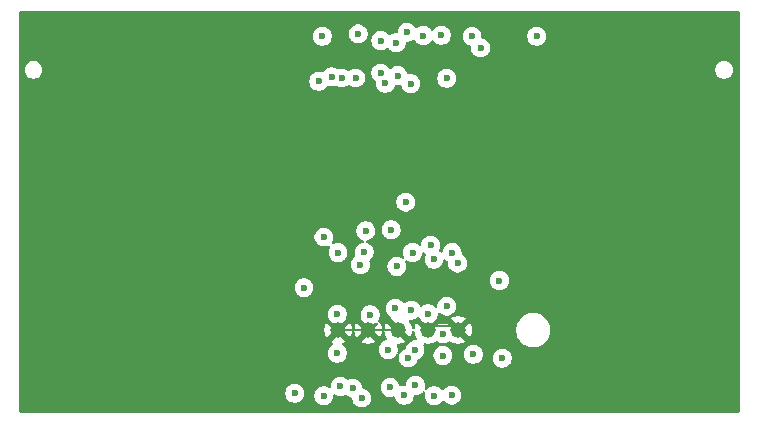
<source format=gbr>
%TF.GenerationSoftware,KiCad,Pcbnew,9.0.6*%
%TF.CreationDate,2026-01-21T19:17:09+09:00*%
%TF.ProjectId,mictorHSMC,6d696374-6f72-4485-934d-432e6b696361,rev?*%
%TF.SameCoordinates,Original*%
%TF.FileFunction,Copper,L3,Inr*%
%TF.FilePolarity,Positive*%
%FSLAX46Y46*%
G04 Gerber Fmt 4.6, Leading zero omitted, Abs format (unit mm)*
G04 Created by KiCad (PCBNEW 9.0.6) date 2026-01-21 19:17:09*
%MOMM*%
%LPD*%
G01*
G04 APERTURE LIST*
%TA.AperFunction,ComponentPad*%
%ADD10C,1.318000*%
%TD*%
%TA.AperFunction,ViaPad*%
%ADD11C,0.600000*%
%TD*%
%TA.AperFunction,Conductor*%
%ADD12C,0.200000*%
%TD*%
G04 APERTURE END LIST*
D10*
%TO.N,GND*%
%TO.C,J1*%
X165160000Y-110000000D03*
X162620000Y-110000000D03*
X160080000Y-110000000D03*
X157540000Y-110000000D03*
X155000000Y-110000000D03*
%TD*%
D11*
%TO.N,HSM_D29*%
X154928200Y-108659400D03*
%TO.N,HSM_D6*%
X163889700Y-110307000D03*
X163733900Y-85037500D03*
%TO.N,HSM_D1*%
X165110100Y-104330800D03*
%TO.N,HSM_D9*%
X162821800Y-102830400D03*
%TO.N,HSM_D2*%
X164620200Y-115506500D03*
X167053500Y-86109400D03*
%TO.N,HSM_D18*%
X158608800Y-85491100D03*
X159395800Y-114861900D03*
%TO.N,HSM_D30*%
X155184300Y-114776100D03*
X154441900Y-88564100D03*
%TO.N,HSM_D25*%
X157207400Y-103392800D03*
%TO.N,HSM_D28*%
X155299000Y-88657500D03*
X154915900Y-111960200D03*
%TO.N,HSM_D33*%
X153793800Y-102123100D03*
%TO.N,HSM_D24*%
X156695000Y-84930900D03*
X157000800Y-115756700D03*
%TO.N,HSM_D31*%
X154984600Y-103435700D03*
%TO.N,HSM_D19*%
X159830200Y-108161200D03*
%TO.N,HSM_D10*%
X161149600Y-89144700D03*
X161208400Y-108315900D03*
X161508600Y-111684700D03*
%TO.N,HSM_D11*%
X162627500Y-108623700D03*
%TO.N,HSM_D15*%
X160717300Y-99167600D03*
%TO.N,HSM_D21*%
X159492200Y-101509600D03*
%TO.N,HSM_D5*%
X164205100Y-107970700D03*
%TO.N,HSM_D34*%
X153780200Y-115563100D03*
X153345900Y-88940300D03*
%TO.N,HSM_D14*%
X160053800Y-88452000D03*
X160933800Y-112359700D03*
%TO.N,HSM_D3*%
X164645300Y-103435700D03*
%TO.N,HSM_D13*%
X161300600Y-103435600D03*
%TO.N,HSM_D35*%
X152107300Y-106416200D03*
%TO.N,HSM_D26*%
X156473800Y-88658700D03*
X156236400Y-114915200D03*
%TO.N,HSM_CLKIN0*%
X168660200Y-105808100D03*
%TO.N,HSM_D32*%
X151325300Y-115357700D03*
X153663000Y-85123700D03*
%TO.N,HSM_D22*%
X160589700Y-115516000D03*
X159001500Y-89103200D03*
%TO.N,HSM_D7*%
X163111700Y-104015300D03*
%TO.N,HSM_CLKOUT0*%
X171819900Y-85123700D03*
X168892100Y-112378500D03*
%TO.N,HSM_D0*%
X166451700Y-112054400D03*
X166332300Y-85123700D03*
%TO.N,HSM_D20*%
X157716200Y-108712900D03*
X158599800Y-88234600D03*
%TO.N,HSM_D17*%
X159969500Y-104614500D03*
%TO.N,HSM_D27*%
X156889800Y-104459200D03*
%TO.N,HSM_D23*%
X157327600Y-101601600D03*
%TO.N,HSM_D4*%
X164185100Y-88683200D03*
X163872100Y-112157800D03*
%TO.N,HSM_D12*%
X161547400Y-114692900D03*
X160825300Y-84783500D03*
%TO.N,HSM_D16*%
X159238700Y-111655700D03*
X159909800Y-85672700D03*
%TO.N,HSM_D8*%
X162223200Y-85064800D03*
X163130000Y-115552700D03*
%TD*%
D12*
%TO.N,GND*%
X162960300Y-109659700D02*
X162620000Y-110000000D01*
X164819700Y-109659700D02*
X162960300Y-109659700D01*
X165160000Y-110000000D02*
X164819700Y-109659700D01*
X156580900Y-110000000D02*
X160080000Y-110000000D01*
X157540000Y-110000000D02*
X156580900Y-110000000D01*
X156580900Y-110000000D02*
X155000000Y-110000000D01*
%TD*%
%TA.AperFunction,Conductor*%
%TO.N,GND*%
G36*
X161058529Y-110624976D02*
G01*
X161058530Y-110624976D01*
X161071265Y-110607447D01*
X161154086Y-110444904D01*
X161210461Y-110271400D01*
X161227527Y-110163657D01*
X161257456Y-110100522D01*
X161316768Y-110063591D01*
X161386630Y-110064589D01*
X161444863Y-110103199D01*
X161472473Y-110163657D01*
X161489538Y-110271400D01*
X161545913Y-110444904D01*
X161628736Y-110607451D01*
X161686760Y-110687315D01*
X161710240Y-110753121D01*
X161694414Y-110821175D01*
X161644309Y-110869870D01*
X161586442Y-110884200D01*
X161429755Y-110884200D01*
X161275110Y-110914961D01*
X161275098Y-110914964D01*
X161129427Y-110975302D01*
X161129414Y-110975309D01*
X160998311Y-111062910D01*
X160998307Y-111062913D01*
X160886813Y-111174407D01*
X160886810Y-111174411D01*
X160799209Y-111305514D01*
X160799202Y-111305527D01*
X160738864Y-111451198D01*
X160738861Y-111451207D01*
X160725175Y-111520011D01*
X160692789Y-111581922D01*
X160651011Y-111610379D01*
X160554624Y-111650304D01*
X160554614Y-111650309D01*
X160423511Y-111737910D01*
X160423507Y-111737913D01*
X160312013Y-111849407D01*
X160237363Y-111961128D01*
X160183750Y-112005932D01*
X160114425Y-112014639D01*
X160051398Y-111984484D01*
X160014679Y-111925041D01*
X160012644Y-111868046D01*
X160030432Y-111778621D01*
X160039200Y-111734544D01*
X160039200Y-111576855D01*
X160039199Y-111576853D01*
X160014205Y-111451203D01*
X160008437Y-111422203D01*
X160003344Y-111409907D01*
X159970433Y-111330452D01*
X159962964Y-111260983D01*
X159994239Y-111198504D01*
X160054328Y-111162852D01*
X160084994Y-111159000D01*
X160171220Y-111159000D01*
X160351400Y-111130461D01*
X160524904Y-111074086D01*
X160687447Y-110991265D01*
X160704976Y-110978530D01*
X160704976Y-110978529D01*
X160131446Y-110405000D01*
X160133319Y-110405000D01*
X160236324Y-110377400D01*
X160328676Y-110324081D01*
X160404081Y-110248676D01*
X160457400Y-110156324D01*
X160485000Y-110053319D01*
X160485000Y-110051446D01*
X161058529Y-110624976D01*
G37*
%TD.AperFunction*%
%TA.AperFunction,Conductor*%
G36*
X161851293Y-108922633D02*
G01*
X161902855Y-108969784D01*
X161911345Y-108986557D01*
X161918104Y-109002875D01*
X161918109Y-109002885D01*
X162005710Y-109133988D01*
X162005713Y-109133992D01*
X162117210Y-109245489D01*
X162224022Y-109316858D01*
X162248321Y-109333094D01*
X162325107Y-109364899D01*
X162365331Y-109391777D01*
X162568554Y-109595000D01*
X162566681Y-109595000D01*
X162463676Y-109622600D01*
X162371324Y-109675919D01*
X162295919Y-109751324D01*
X162242600Y-109843676D01*
X162215000Y-109946681D01*
X162215000Y-109948553D01*
X161641469Y-109375022D01*
X161641468Y-109375022D01*
X161628732Y-109392554D01*
X161545913Y-109555095D01*
X161489537Y-109728599D01*
X161472473Y-109836342D01*
X161442544Y-109899477D01*
X161383232Y-109936408D01*
X161313370Y-109935410D01*
X161255137Y-109896800D01*
X161227527Y-109836342D01*
X161210462Y-109728599D01*
X161154086Y-109555095D01*
X161071263Y-109392548D01*
X161012946Y-109312280D01*
X160989466Y-109246474D01*
X161005292Y-109178420D01*
X161055398Y-109129725D01*
X161123876Y-109115850D01*
X161125420Y-109115992D01*
X161129554Y-109116399D01*
X161129558Y-109116400D01*
X161129562Y-109116400D01*
X161287244Y-109116400D01*
X161287245Y-109116399D01*
X161441897Y-109085637D01*
X161555523Y-109038572D01*
X161587572Y-109025297D01*
X161587572Y-109025296D01*
X161587579Y-109025294D01*
X161612366Y-109008732D01*
X161723754Y-108934305D01*
X161724513Y-108935441D01*
X161782425Y-108910844D01*
X161851293Y-108922633D01*
G37*
%TD.AperFunction*%
%TA.AperFunction,Conductor*%
G36*
X158315397Y-109362462D02*
G01*
X158362087Y-109414440D01*
X158373264Y-109483410D01*
X158345379Y-109547474D01*
X158337912Y-109555639D01*
X157945000Y-109948551D01*
X157945000Y-109946681D01*
X157917400Y-109843676D01*
X157864081Y-109751324D01*
X157788676Y-109675919D01*
X157696324Y-109622600D01*
X157593319Y-109595000D01*
X157591445Y-109595000D01*
X157636726Y-109549719D01*
X157698049Y-109516234D01*
X157724408Y-109513400D01*
X157795044Y-109513400D01*
X157795045Y-109513399D01*
X157949697Y-109482637D01*
X158062366Y-109435967D01*
X158095372Y-109422297D01*
X158095372Y-109422296D01*
X158095379Y-109422294D01*
X158181342Y-109364854D01*
X158248016Y-109343978D01*
X158315397Y-109362462D01*
G37*
%TD.AperFunction*%
%TA.AperFunction,Conductor*%
G36*
X188943039Y-83019685D02*
G01*
X188988794Y-83072489D01*
X189000000Y-83124000D01*
X189000000Y-116876000D01*
X188980315Y-116943039D01*
X188927511Y-116988794D01*
X188876000Y-117000000D01*
X128124000Y-117000000D01*
X128056961Y-116980315D01*
X128011206Y-116927511D01*
X128000000Y-116876000D01*
X128000000Y-115278853D01*
X150524800Y-115278853D01*
X150524800Y-115436546D01*
X150555561Y-115591189D01*
X150555564Y-115591201D01*
X150615902Y-115736872D01*
X150615909Y-115736885D01*
X150703510Y-115867988D01*
X150703513Y-115867992D01*
X150815007Y-115979486D01*
X150815011Y-115979489D01*
X150946114Y-116067090D01*
X150946127Y-116067097D01*
X151091798Y-116127435D01*
X151091803Y-116127437D01*
X151246453Y-116158199D01*
X151246456Y-116158200D01*
X151246458Y-116158200D01*
X151404144Y-116158200D01*
X151404145Y-116158199D01*
X151558797Y-116127437D01*
X151689274Y-116073392D01*
X151704472Y-116067097D01*
X151704472Y-116067096D01*
X151704479Y-116067094D01*
X151835589Y-115979489D01*
X151947089Y-115867989D01*
X152034694Y-115736879D01*
X152043412Y-115715833D01*
X152048367Y-115703866D01*
X152095037Y-115591197D01*
X152114490Y-115493400D01*
X152116310Y-115484253D01*
X152979700Y-115484253D01*
X152979700Y-115641946D01*
X153010461Y-115796589D01*
X153010464Y-115796601D01*
X153070802Y-115942272D01*
X153070809Y-115942285D01*
X153158410Y-116073388D01*
X153158413Y-116073392D01*
X153269907Y-116184886D01*
X153269911Y-116184889D01*
X153401014Y-116272490D01*
X153401027Y-116272497D01*
X153521590Y-116322435D01*
X153546703Y-116332837D01*
X153701353Y-116363599D01*
X153701356Y-116363600D01*
X153701358Y-116363600D01*
X153859044Y-116363600D01*
X153859045Y-116363599D01*
X154013697Y-116332837D01*
X154150343Y-116276237D01*
X154159372Y-116272497D01*
X154159372Y-116272496D01*
X154159379Y-116272494D01*
X154290489Y-116184889D01*
X154401989Y-116073389D01*
X154489594Y-115942279D01*
X154549937Y-115796597D01*
X154580700Y-115641942D01*
X154580700Y-115567528D01*
X154600385Y-115500489D01*
X154653189Y-115454734D01*
X154722347Y-115444790D01*
X154773590Y-115464426D01*
X154805121Y-115485494D01*
X154805123Y-115485494D01*
X154805127Y-115485497D01*
X154896147Y-115523198D01*
X154950803Y-115545837D01*
X155105453Y-115576599D01*
X155105456Y-115576600D01*
X155105458Y-115576600D01*
X155263144Y-115576600D01*
X155263145Y-115576599D01*
X155417797Y-115545837D01*
X155563479Y-115485494D01*
X155563482Y-115485491D01*
X155565517Y-115484649D01*
X155634986Y-115477180D01*
X155697466Y-115508455D01*
X155700624Y-115511502D01*
X155720419Y-115531297D01*
X155726112Y-115536990D01*
X155857214Y-115624590D01*
X155857227Y-115624597D01*
X156002898Y-115684935D01*
X156002903Y-115684937D01*
X156050704Y-115694445D01*
X156100491Y-115704349D01*
X156162402Y-115736734D01*
X156196976Y-115797449D01*
X156200300Y-115825966D01*
X156200300Y-115835546D01*
X156231061Y-115990189D01*
X156231064Y-115990201D01*
X156291402Y-116135872D01*
X156291409Y-116135885D01*
X156379010Y-116266988D01*
X156379013Y-116266992D01*
X156490507Y-116378486D01*
X156490511Y-116378489D01*
X156621614Y-116466090D01*
X156621627Y-116466097D01*
X156767298Y-116526435D01*
X156767303Y-116526437D01*
X156921953Y-116557199D01*
X156921956Y-116557200D01*
X156921958Y-116557200D01*
X157079644Y-116557200D01*
X157079645Y-116557199D01*
X157234297Y-116526437D01*
X157379979Y-116466094D01*
X157511089Y-116378489D01*
X157622589Y-116266989D01*
X157710194Y-116135879D01*
X157770537Y-115990197D01*
X157801300Y-115835542D01*
X157801300Y-115677858D01*
X157801300Y-115677855D01*
X157801299Y-115677853D01*
X157792106Y-115631636D01*
X157770537Y-115523203D01*
X157750096Y-115473853D01*
X157710197Y-115377527D01*
X157710190Y-115377514D01*
X157622589Y-115246411D01*
X157622586Y-115246407D01*
X157511092Y-115134913D01*
X157511088Y-115134910D01*
X157379985Y-115047309D01*
X157379972Y-115047302D01*
X157234301Y-114986964D01*
X157234291Y-114986961D01*
X157136708Y-114967550D01*
X157115734Y-114956578D01*
X157093073Y-114949738D01*
X157085344Y-114940681D01*
X157074797Y-114935164D01*
X157063085Y-114914597D01*
X157047719Y-114896590D01*
X157044650Y-114882223D01*
X157040223Y-114874448D01*
X157038032Y-114862651D01*
X157036900Y-114854331D01*
X157036900Y-114836358D01*
X157029159Y-114797442D01*
X157029158Y-114797434D01*
X157026297Y-114783053D01*
X158595300Y-114783053D01*
X158595300Y-114940746D01*
X158626061Y-115095389D01*
X158626064Y-115095401D01*
X158686402Y-115241072D01*
X158686409Y-115241085D01*
X158774010Y-115372188D01*
X158774013Y-115372192D01*
X158885507Y-115483686D01*
X158885511Y-115483689D01*
X159016614Y-115571290D01*
X159016627Y-115571297D01*
X159162083Y-115631546D01*
X159162303Y-115631637D01*
X159316953Y-115662399D01*
X159316956Y-115662400D01*
X159316958Y-115662400D01*
X159474644Y-115662400D01*
X159474645Y-115662399D01*
X159629297Y-115631637D01*
X159644195Y-115625465D01*
X159713663Y-115617996D01*
X159776143Y-115649270D01*
X159811797Y-115709358D01*
X159813266Y-115715833D01*
X159819961Y-115749492D01*
X159819964Y-115749501D01*
X159880302Y-115895172D01*
X159880309Y-115895185D01*
X159967910Y-116026288D01*
X159967913Y-116026292D01*
X160079407Y-116137786D01*
X160079411Y-116137789D01*
X160210514Y-116225390D01*
X160210527Y-116225397D01*
X160333270Y-116276238D01*
X160356203Y-116285737D01*
X160463094Y-116306999D01*
X160510853Y-116316499D01*
X160510856Y-116316500D01*
X160510858Y-116316500D01*
X160668544Y-116316500D01*
X160668545Y-116316499D01*
X160823197Y-116285737D01*
X160968879Y-116225394D01*
X161099989Y-116137789D01*
X161211489Y-116026289D01*
X161299094Y-115895179D01*
X161359437Y-115749497D01*
X161372279Y-115684937D01*
X161390526Y-115593208D01*
X161422911Y-115531297D01*
X161483627Y-115496723D01*
X161512143Y-115493400D01*
X161626244Y-115493400D01*
X161626245Y-115493399D01*
X161780897Y-115462637D01*
X161926579Y-115402294D01*
X162057689Y-115314689D01*
X162147468Y-115224909D01*
X162208789Y-115191426D01*
X162278481Y-115196410D01*
X162334415Y-115238281D01*
X162358832Y-115303745D01*
X162356765Y-115336783D01*
X162329500Y-115473853D01*
X162329500Y-115631546D01*
X162360261Y-115786189D01*
X162360264Y-115786201D01*
X162420602Y-115931872D01*
X162420609Y-115931885D01*
X162508210Y-116062988D01*
X162508213Y-116062992D01*
X162619707Y-116174486D01*
X162619711Y-116174489D01*
X162750814Y-116262090D01*
X162750827Y-116262097D01*
X162896498Y-116322435D01*
X162896503Y-116322437D01*
X163051153Y-116353199D01*
X163051156Y-116353200D01*
X163051158Y-116353200D01*
X163208844Y-116353200D01*
X163208845Y-116353199D01*
X163363497Y-116322437D01*
X163509179Y-116262094D01*
X163640289Y-116174489D01*
X163751789Y-116062989D01*
X163764196Y-116044419D01*
X163787433Y-116009645D01*
X163841045Y-115964839D01*
X163910370Y-115956132D01*
X163973397Y-115986286D01*
X163993639Y-116009647D01*
X163998411Y-116016790D01*
X164109907Y-116128286D01*
X164109911Y-116128289D01*
X164241014Y-116215890D01*
X164241027Y-116215897D01*
X164377674Y-116272497D01*
X164386703Y-116276237D01*
X164541353Y-116306999D01*
X164541356Y-116307000D01*
X164541358Y-116307000D01*
X164699044Y-116307000D01*
X164699045Y-116306999D01*
X164853697Y-116276237D01*
X164976444Y-116225394D01*
X164999372Y-116215897D01*
X164999372Y-116215896D01*
X164999379Y-116215894D01*
X165130489Y-116128289D01*
X165241989Y-116016789D01*
X165329594Y-115885679D01*
X165389937Y-115739997D01*
X165420700Y-115585342D01*
X165420700Y-115427658D01*
X165420700Y-115427655D01*
X165420699Y-115427653D01*
X165415654Y-115402290D01*
X165389937Y-115273003D01*
X165370017Y-115224911D01*
X165329597Y-115127327D01*
X165329590Y-115127314D01*
X165241989Y-114996211D01*
X165241986Y-114996207D01*
X165130492Y-114884713D01*
X165130488Y-114884710D01*
X164999385Y-114797109D01*
X164999372Y-114797102D01*
X164853701Y-114736764D01*
X164853689Y-114736761D01*
X164699045Y-114706000D01*
X164699042Y-114706000D01*
X164541358Y-114706000D01*
X164541355Y-114706000D01*
X164386710Y-114736761D01*
X164386698Y-114736764D01*
X164241027Y-114797102D01*
X164241014Y-114797109D01*
X164109911Y-114884710D01*
X164109907Y-114884713D01*
X163998413Y-114996207D01*
X163998408Y-114996213D01*
X163962765Y-115049556D01*
X163909152Y-115094361D01*
X163839827Y-115103067D01*
X163776800Y-115072911D01*
X163756559Y-115049550D01*
X163751789Y-115042411D01*
X163751786Y-115042407D01*
X163640292Y-114930913D01*
X163640288Y-114930910D01*
X163509185Y-114843309D01*
X163509172Y-114843302D01*
X163363501Y-114782964D01*
X163363489Y-114782961D01*
X163208845Y-114752200D01*
X163208842Y-114752200D01*
X163051158Y-114752200D01*
X163051155Y-114752200D01*
X162896510Y-114782961D01*
X162896498Y-114782964D01*
X162750827Y-114843302D01*
X162750814Y-114843309D01*
X162619711Y-114930910D01*
X162529932Y-115020689D01*
X162468608Y-115054173D01*
X162398917Y-115049189D01*
X162342983Y-115007317D01*
X162318567Y-114941852D01*
X162320634Y-114908815D01*
X162325429Y-114884713D01*
X162343599Y-114793364D01*
X162347900Y-114771744D01*
X162347900Y-114614055D01*
X162347899Y-114614053D01*
X162317137Y-114459403D01*
X162291259Y-114396927D01*
X162256797Y-114313727D01*
X162256790Y-114313714D01*
X162169189Y-114182611D01*
X162169186Y-114182607D01*
X162057692Y-114071113D01*
X162057688Y-114071110D01*
X161926585Y-113983509D01*
X161926572Y-113983502D01*
X161780901Y-113923164D01*
X161780889Y-113923161D01*
X161626245Y-113892400D01*
X161626242Y-113892400D01*
X161468558Y-113892400D01*
X161468555Y-113892400D01*
X161313910Y-113923161D01*
X161313898Y-113923164D01*
X161168227Y-113983502D01*
X161168214Y-113983509D01*
X161037111Y-114071110D01*
X161037107Y-114071113D01*
X160925613Y-114182607D01*
X160925610Y-114182611D01*
X160838009Y-114313714D01*
X160838002Y-114313727D01*
X160777664Y-114459398D01*
X160777661Y-114459408D01*
X160746574Y-114615692D01*
X160714189Y-114677603D01*
X160653473Y-114712177D01*
X160624957Y-114715500D01*
X160510855Y-114715500D01*
X160356210Y-114746261D01*
X160356199Y-114746264D01*
X160341298Y-114752436D01*
X160271828Y-114759902D01*
X160209350Y-114728624D01*
X160173701Y-114668534D01*
X160172233Y-114662064D01*
X160165538Y-114628410D01*
X160165537Y-114628403D01*
X160148787Y-114587964D01*
X160105197Y-114482727D01*
X160105190Y-114482714D01*
X160017589Y-114351611D01*
X160017586Y-114351607D01*
X159906092Y-114240113D01*
X159906088Y-114240110D01*
X159774985Y-114152509D01*
X159774972Y-114152502D01*
X159629301Y-114092164D01*
X159629289Y-114092161D01*
X159474645Y-114061400D01*
X159474642Y-114061400D01*
X159316958Y-114061400D01*
X159316955Y-114061400D01*
X159162310Y-114092161D01*
X159162298Y-114092164D01*
X159016627Y-114152502D01*
X159016614Y-114152509D01*
X158885511Y-114240110D01*
X158885507Y-114240113D01*
X158774013Y-114351607D01*
X158774010Y-114351611D01*
X158686409Y-114482714D01*
X158686402Y-114482727D01*
X158626064Y-114628398D01*
X158626061Y-114628410D01*
X158595300Y-114783053D01*
X157026297Y-114783053D01*
X157006138Y-114681708D01*
X157006137Y-114681707D01*
X157006137Y-114681703D01*
X156992302Y-114648302D01*
X156945797Y-114536027D01*
X156945790Y-114536014D01*
X156858189Y-114404911D01*
X156858186Y-114404907D01*
X156746692Y-114293413D01*
X156746688Y-114293410D01*
X156615585Y-114205809D01*
X156615572Y-114205802D01*
X156469901Y-114145464D01*
X156469889Y-114145461D01*
X156315245Y-114114700D01*
X156315242Y-114114700D01*
X156157558Y-114114700D01*
X156157555Y-114114700D01*
X156002910Y-114145461D01*
X156002898Y-114145464D01*
X155855182Y-114206650D01*
X155785713Y-114214119D01*
X155723234Y-114182844D01*
X155720049Y-114179770D01*
X155694592Y-114154313D01*
X155694588Y-114154310D01*
X155563485Y-114066709D01*
X155563472Y-114066702D01*
X155417801Y-114006364D01*
X155417789Y-114006361D01*
X155263145Y-113975600D01*
X155263142Y-113975600D01*
X155105458Y-113975600D01*
X155105455Y-113975600D01*
X154950810Y-114006361D01*
X154950798Y-114006364D01*
X154805127Y-114066702D01*
X154805114Y-114066709D01*
X154674011Y-114154310D01*
X154674007Y-114154313D01*
X154562513Y-114265807D01*
X154562510Y-114265811D01*
X154474909Y-114396914D01*
X154474902Y-114396927D01*
X154414564Y-114542598D01*
X154414561Y-114542610D01*
X154383800Y-114697253D01*
X154383800Y-114771671D01*
X154364115Y-114838710D01*
X154311311Y-114884465D01*
X154242153Y-114894409D01*
X154190909Y-114874773D01*
X154159385Y-114853709D01*
X154159372Y-114853702D01*
X154013701Y-114793364D01*
X154013689Y-114793361D01*
X153859045Y-114762600D01*
X153859042Y-114762600D01*
X153701358Y-114762600D01*
X153701355Y-114762600D01*
X153546710Y-114793361D01*
X153546698Y-114793364D01*
X153401027Y-114853702D01*
X153401014Y-114853709D01*
X153269911Y-114941310D01*
X153269907Y-114941313D01*
X153158413Y-115052807D01*
X153158410Y-115052811D01*
X153070809Y-115183914D01*
X153070802Y-115183927D01*
X153010464Y-115329598D01*
X153010461Y-115329610D01*
X152979700Y-115484253D01*
X152116310Y-115484253D01*
X152122333Y-115453975D01*
X152125799Y-115436546D01*
X152125800Y-115436544D01*
X152125800Y-115278855D01*
X152125799Y-115278853D01*
X152109400Y-115196410D01*
X152095037Y-115124203D01*
X152082676Y-115094361D01*
X152034697Y-114978527D01*
X152034690Y-114978514D01*
X151947089Y-114847411D01*
X151947086Y-114847407D01*
X151835592Y-114735913D01*
X151835588Y-114735910D01*
X151704485Y-114648309D01*
X151704472Y-114648302D01*
X151558801Y-114587964D01*
X151558789Y-114587961D01*
X151404145Y-114557200D01*
X151404142Y-114557200D01*
X151246458Y-114557200D01*
X151246455Y-114557200D01*
X151091810Y-114587961D01*
X151091798Y-114587964D01*
X150946127Y-114648302D01*
X150946114Y-114648309D01*
X150815011Y-114735910D01*
X150815007Y-114735913D01*
X150703513Y-114847407D01*
X150703510Y-114847411D01*
X150615909Y-114978514D01*
X150615902Y-114978527D01*
X150555564Y-115124198D01*
X150555561Y-115124210D01*
X150524800Y-115278853D01*
X128000000Y-115278853D01*
X128000000Y-109908779D01*
X153841000Y-109908779D01*
X153841000Y-110091220D01*
X153869538Y-110271400D01*
X153925913Y-110444906D01*
X154008734Y-110607447D01*
X154021468Y-110624976D01*
X154021469Y-110624976D01*
X154595000Y-110051445D01*
X154595000Y-110053319D01*
X154622600Y-110156324D01*
X154675919Y-110248676D01*
X154751324Y-110324081D01*
X154843676Y-110377400D01*
X154946681Y-110405000D01*
X154948553Y-110405000D01*
X154375022Y-110978529D01*
X154375022Y-110978530D01*
X154392551Y-110991265D01*
X154392553Y-110991266D01*
X154506219Y-111049182D01*
X154557015Y-111097156D01*
X154573810Y-111164977D01*
X154551273Y-111231112D01*
X154518815Y-111262769D01*
X154405611Y-111338410D01*
X154405607Y-111338413D01*
X154294113Y-111449907D01*
X154294110Y-111449911D01*
X154206509Y-111581014D01*
X154206502Y-111581027D01*
X154146164Y-111726698D01*
X154146161Y-111726710D01*
X154115400Y-111881353D01*
X154115400Y-112039046D01*
X154146161Y-112193689D01*
X154146164Y-112193701D01*
X154206502Y-112339372D01*
X154206509Y-112339385D01*
X154294110Y-112470488D01*
X154294113Y-112470492D01*
X154405607Y-112581986D01*
X154405611Y-112581989D01*
X154536714Y-112669590D01*
X154536727Y-112669597D01*
X154682398Y-112729935D01*
X154682403Y-112729937D01*
X154821871Y-112757679D01*
X154837053Y-112760699D01*
X154837056Y-112760700D01*
X154837058Y-112760700D01*
X154994744Y-112760700D01*
X154994745Y-112760699D01*
X155149397Y-112729937D01*
X155279157Y-112676189D01*
X155295072Y-112669597D01*
X155295072Y-112669596D01*
X155295079Y-112669594D01*
X155426189Y-112581989D01*
X155537689Y-112470489D01*
X155625294Y-112339379D01*
X155685637Y-112193697D01*
X155716400Y-112039042D01*
X155716400Y-111881358D01*
X155716400Y-111881355D01*
X155716399Y-111881353D01*
X155710045Y-111849411D01*
X155685637Y-111726703D01*
X155652835Y-111647511D01*
X155625297Y-111581027D01*
X155625290Y-111581014D01*
X155537689Y-111449911D01*
X155537686Y-111449907D01*
X155426192Y-111338413D01*
X155426188Y-111338410D01*
X155378718Y-111306691D01*
X155333913Y-111253078D01*
X155325206Y-111183753D01*
X155355361Y-111120726D01*
X155409292Y-111085658D01*
X155444902Y-111074087D01*
X155607447Y-110991265D01*
X155624976Y-110978530D01*
X155624976Y-110978529D01*
X155051448Y-110405000D01*
X155053319Y-110405000D01*
X155156324Y-110377400D01*
X155248676Y-110324081D01*
X155324081Y-110248676D01*
X155377400Y-110156324D01*
X155405000Y-110053319D01*
X155405000Y-110051447D01*
X155978529Y-110624976D01*
X155978530Y-110624976D01*
X155991265Y-110607447D01*
X156074086Y-110444904D01*
X156130461Y-110271400D01*
X156147527Y-110163657D01*
X156177456Y-110100522D01*
X156236768Y-110063591D01*
X156306630Y-110064589D01*
X156364863Y-110103199D01*
X156392473Y-110163657D01*
X156409538Y-110271400D01*
X156465913Y-110444906D01*
X156548734Y-110607447D01*
X156561468Y-110624976D01*
X156561469Y-110624976D01*
X157135000Y-110051445D01*
X157135000Y-110053319D01*
X157162600Y-110156324D01*
X157215919Y-110248676D01*
X157291324Y-110324081D01*
X157383676Y-110377400D01*
X157486681Y-110405000D01*
X157488553Y-110405000D01*
X156915022Y-110978529D01*
X156915022Y-110978530D01*
X156932551Y-110991265D01*
X156932553Y-110991266D01*
X157095095Y-111074086D01*
X157268599Y-111130461D01*
X157448780Y-111159000D01*
X157631220Y-111159000D01*
X157811400Y-111130461D01*
X157984904Y-111074086D01*
X158147447Y-110991265D01*
X158164976Y-110978530D01*
X158164976Y-110978529D01*
X157591448Y-110405000D01*
X157593319Y-110405000D01*
X157696324Y-110377400D01*
X157788676Y-110324081D01*
X157864081Y-110248676D01*
X157917400Y-110156324D01*
X157945000Y-110053319D01*
X157945000Y-110051447D01*
X158518529Y-110624976D01*
X158518530Y-110624976D01*
X158531265Y-110607447D01*
X158614086Y-110444904D01*
X158670461Y-110271400D01*
X158687527Y-110163657D01*
X158717456Y-110100522D01*
X158776768Y-110063591D01*
X158846630Y-110064589D01*
X158904863Y-110103199D01*
X158932473Y-110163657D01*
X158949538Y-110271400D01*
X159005913Y-110444904D01*
X159088736Y-110607451D01*
X159141129Y-110679565D01*
X159164609Y-110745371D01*
X159148783Y-110813425D01*
X159098677Y-110862120D01*
X159065004Y-110874067D01*
X159005207Y-110885962D01*
X159005198Y-110885964D01*
X158859527Y-110946302D01*
X158859514Y-110946309D01*
X158728411Y-111033910D01*
X158728407Y-111033913D01*
X158616913Y-111145407D01*
X158616910Y-111145411D01*
X158529309Y-111276514D01*
X158529302Y-111276527D01*
X158468964Y-111422198D01*
X158468961Y-111422210D01*
X158438200Y-111576853D01*
X158438200Y-111734546D01*
X158468961Y-111889189D01*
X158468964Y-111889201D01*
X158529302Y-112034872D01*
X158529309Y-112034885D01*
X158616910Y-112165988D01*
X158616913Y-112165992D01*
X158728407Y-112277486D01*
X158728411Y-112277489D01*
X158859514Y-112365090D01*
X158859527Y-112365097D01*
X159005198Y-112425435D01*
X159005203Y-112425437D01*
X159150995Y-112454437D01*
X159159853Y-112456199D01*
X159159856Y-112456200D01*
X159159858Y-112456200D01*
X159317544Y-112456200D01*
X159317545Y-112456199D01*
X159472197Y-112425437D01*
X159617879Y-112365094D01*
X159748989Y-112277489D01*
X159860489Y-112165989D01*
X159935136Y-112054272D01*
X159988748Y-112009467D01*
X160058073Y-112000760D01*
X160121100Y-112030914D01*
X160157820Y-112090357D01*
X160159855Y-112147354D01*
X160133300Y-112280853D01*
X160133300Y-112438546D01*
X160164061Y-112593189D01*
X160164064Y-112593201D01*
X160224402Y-112738872D01*
X160224409Y-112738885D01*
X160312010Y-112869988D01*
X160312013Y-112869992D01*
X160423507Y-112981486D01*
X160423511Y-112981489D01*
X160554614Y-113069090D01*
X160554627Y-113069097D01*
X160700298Y-113129435D01*
X160700303Y-113129437D01*
X160854953Y-113160199D01*
X160854956Y-113160200D01*
X160854958Y-113160200D01*
X161012644Y-113160200D01*
X161012645Y-113160199D01*
X161167297Y-113129437D01*
X161312979Y-113069094D01*
X161444089Y-112981489D01*
X161555589Y-112869989D01*
X161643194Y-112738879D01*
X161646898Y-112729938D01*
X161671891Y-112669597D01*
X161703537Y-112593197D01*
X161717223Y-112524387D01*
X161749607Y-112462480D01*
X161791388Y-112434020D01*
X161792439Y-112433585D01*
X161813694Y-112424780D01*
X161887773Y-112394097D01*
X161887776Y-112394095D01*
X161887779Y-112394094D01*
X162018889Y-112306489D01*
X162130389Y-112194989D01*
X162207922Y-112078953D01*
X163071600Y-112078953D01*
X163071600Y-112236646D01*
X163102361Y-112391289D01*
X163102364Y-112391301D01*
X163162702Y-112536972D01*
X163162709Y-112536985D01*
X163250310Y-112668088D01*
X163250313Y-112668092D01*
X163361807Y-112779586D01*
X163361811Y-112779589D01*
X163492914Y-112867190D01*
X163492927Y-112867197D01*
X163638598Y-112927535D01*
X163638603Y-112927537D01*
X163793253Y-112958299D01*
X163793256Y-112958300D01*
X163793258Y-112958300D01*
X163950944Y-112958300D01*
X163950945Y-112958299D01*
X164105597Y-112927537D01*
X164251279Y-112867194D01*
X164382389Y-112779589D01*
X164493889Y-112668089D01*
X164581494Y-112536979D01*
X164641837Y-112391297D01*
X164672600Y-112236642D01*
X164672600Y-112078958D01*
X164672600Y-112078955D01*
X164655633Y-111993658D01*
X164655633Y-111993657D01*
X164652032Y-111975553D01*
X165651200Y-111975553D01*
X165651200Y-112133246D01*
X165681961Y-112287889D01*
X165681964Y-112287901D01*
X165742302Y-112433572D01*
X165742309Y-112433585D01*
X165829910Y-112564688D01*
X165829913Y-112564692D01*
X165941407Y-112676186D01*
X165941411Y-112676189D01*
X166072514Y-112763790D01*
X166072527Y-112763797D01*
X166218198Y-112824135D01*
X166218203Y-112824137D01*
X166372853Y-112854899D01*
X166372856Y-112854900D01*
X166372858Y-112854900D01*
X166530544Y-112854900D01*
X166530545Y-112854899D01*
X166685197Y-112824137D01*
X166830879Y-112763794D01*
X166961989Y-112676189D01*
X167073489Y-112564689D01*
X167161094Y-112433579D01*
X167216568Y-112299653D01*
X168091600Y-112299653D01*
X168091600Y-112457346D01*
X168122361Y-112611989D01*
X168122364Y-112612001D01*
X168182702Y-112757672D01*
X168182709Y-112757685D01*
X168270310Y-112888788D01*
X168270313Y-112888792D01*
X168381807Y-113000286D01*
X168381811Y-113000289D01*
X168512914Y-113087890D01*
X168512927Y-113087897D01*
X168658598Y-113148235D01*
X168658603Y-113148237D01*
X168813253Y-113178999D01*
X168813256Y-113179000D01*
X168813258Y-113179000D01*
X168970944Y-113179000D01*
X168970945Y-113178999D01*
X169125597Y-113148237D01*
X169271279Y-113087894D01*
X169402389Y-113000289D01*
X169513889Y-112888789D01*
X169601494Y-112757679D01*
X169661837Y-112611997D01*
X169692600Y-112457342D01*
X169692600Y-112299658D01*
X169692600Y-112299655D01*
X169692599Y-112299653D01*
X169680066Y-112236646D01*
X169661837Y-112145003D01*
X169656966Y-112133244D01*
X169601497Y-111999327D01*
X169601490Y-111999314D01*
X169513889Y-111868211D01*
X169513886Y-111868207D01*
X169402392Y-111756713D01*
X169402388Y-111756710D01*
X169271285Y-111669109D01*
X169271272Y-111669102D01*
X169125601Y-111608764D01*
X169125589Y-111608761D01*
X168970945Y-111578000D01*
X168970942Y-111578000D01*
X168813258Y-111578000D01*
X168813255Y-111578000D01*
X168658610Y-111608761D01*
X168658598Y-111608764D01*
X168512927Y-111669102D01*
X168512914Y-111669109D01*
X168381811Y-111756710D01*
X168381807Y-111756713D01*
X168270313Y-111868207D01*
X168270310Y-111868211D01*
X168182709Y-111999314D01*
X168182702Y-111999327D01*
X168122364Y-112144998D01*
X168122361Y-112145010D01*
X168091600Y-112299653D01*
X167216568Y-112299653D01*
X167221437Y-112287897D01*
X167222838Y-112280853D01*
X167225122Y-112269374D01*
X167225122Y-112269373D01*
X167241695Y-112186053D01*
X167252200Y-112133242D01*
X167252200Y-111975558D01*
X167252200Y-111975555D01*
X167252199Y-111975553D01*
X167240790Y-111918197D01*
X167221437Y-111820903D01*
X167203926Y-111778627D01*
X167161097Y-111675227D01*
X167161090Y-111675214D01*
X167073489Y-111544111D01*
X167073486Y-111544107D01*
X166961992Y-111432613D01*
X166961988Y-111432610D01*
X166830885Y-111345009D01*
X166830872Y-111345002D01*
X166685201Y-111284664D01*
X166685189Y-111284661D01*
X166530545Y-111253900D01*
X166530542Y-111253900D01*
X166372858Y-111253900D01*
X166372855Y-111253900D01*
X166218210Y-111284661D01*
X166218198Y-111284664D01*
X166072527Y-111345002D01*
X166072514Y-111345009D01*
X165941411Y-111432610D01*
X165941407Y-111432613D01*
X165829913Y-111544107D01*
X165829910Y-111544111D01*
X165742309Y-111675214D01*
X165742302Y-111675227D01*
X165681964Y-111820898D01*
X165681961Y-111820910D01*
X165651200Y-111975553D01*
X164652032Y-111975553D01*
X164647653Y-111953542D01*
X164641837Y-111924303D01*
X164641835Y-111924298D01*
X164581497Y-111778627D01*
X164581490Y-111778614D01*
X164493889Y-111647511D01*
X164493886Y-111647507D01*
X164382392Y-111536013D01*
X164382388Y-111536010D01*
X164251285Y-111448409D01*
X164251272Y-111448402D01*
X164105601Y-111388064D01*
X164105589Y-111388061D01*
X163950945Y-111357300D01*
X163950942Y-111357300D01*
X163793258Y-111357300D01*
X163793255Y-111357300D01*
X163638610Y-111388061D01*
X163638598Y-111388064D01*
X163492927Y-111448402D01*
X163492914Y-111448409D01*
X163361811Y-111536010D01*
X163361807Y-111536013D01*
X163250313Y-111647507D01*
X163250310Y-111647511D01*
X163162709Y-111778614D01*
X163162702Y-111778627D01*
X163102364Y-111924298D01*
X163102361Y-111924310D01*
X163071600Y-112078953D01*
X162207922Y-112078953D01*
X162217994Y-112063879D01*
X162230009Y-112034872D01*
X162233927Y-112025414D01*
X162257741Y-111967919D01*
X162278337Y-111918197D01*
X162309100Y-111763542D01*
X162309100Y-111605858D01*
X162309100Y-111605855D01*
X162309099Y-111605853D01*
X162303559Y-111578000D01*
X162278337Y-111451203D01*
X162277180Y-111448409D01*
X162215954Y-111300595D01*
X162208485Y-111231126D01*
X162239760Y-111168647D01*
X162299849Y-111132995D01*
X162349913Y-111130670D01*
X162528780Y-111159000D01*
X162711220Y-111159000D01*
X162891400Y-111130461D01*
X163064904Y-111074086D01*
X163227452Y-110991263D01*
X163275126Y-110956626D01*
X163340932Y-110933145D01*
X163408986Y-110948970D01*
X163416903Y-110953841D01*
X163510514Y-111016390D01*
X163510527Y-111016397D01*
X163649803Y-111074086D01*
X163656203Y-111076737D01*
X163810853Y-111107499D01*
X163810856Y-111107500D01*
X163810858Y-111107500D01*
X163968544Y-111107500D01*
X163968545Y-111107499D01*
X164123197Y-111076737D01*
X164268879Y-111016394D01*
X164306490Y-110991263D01*
X164362809Y-110953632D01*
X164429486Y-110932754D01*
X164496866Y-110951238D01*
X164504586Y-110956416D01*
X164552551Y-110991265D01*
X164715095Y-111074086D01*
X164888599Y-111130461D01*
X165068780Y-111159000D01*
X165251220Y-111159000D01*
X165431400Y-111130461D01*
X165604904Y-111074086D01*
X165767447Y-110991265D01*
X165784976Y-110978530D01*
X165784976Y-110978529D01*
X165211446Y-110405000D01*
X165213319Y-110405000D01*
X165316324Y-110377400D01*
X165408676Y-110324081D01*
X165484081Y-110248676D01*
X165537400Y-110156324D01*
X165565000Y-110053319D01*
X165565000Y-110051447D01*
X166138529Y-110624976D01*
X166138530Y-110624976D01*
X166151265Y-110607447D01*
X166234086Y-110444904D01*
X166290461Y-110271400D01*
X166319000Y-110091220D01*
X166319000Y-109908783D01*
X166317730Y-109900766D01*
X166317730Y-109900763D01*
X166315428Y-109886231D01*
X170064500Y-109886231D01*
X170064500Y-110113768D01*
X170100093Y-110338490D01*
X170170400Y-110554876D01*
X170170401Y-110554879D01*
X170237881Y-110687315D01*
X170273697Y-110757607D01*
X170407434Y-110941680D01*
X170568320Y-111102566D01*
X170752393Y-111236303D01*
X170831337Y-111276527D01*
X170955120Y-111339598D01*
X170955123Y-111339599D01*
X170971774Y-111345009D01*
X171171511Y-111409907D01*
X171275591Y-111426391D01*
X171396232Y-111445500D01*
X171396237Y-111445500D01*
X171623768Y-111445500D01*
X171732710Y-111428244D01*
X171848489Y-111409907D01*
X172064879Y-111339598D01*
X172267607Y-111236303D01*
X172451680Y-111102566D01*
X172612566Y-110941680D01*
X172746303Y-110757607D01*
X172849598Y-110554879D01*
X172919907Y-110338489D01*
X172947598Y-110163657D01*
X172955500Y-110113768D01*
X172955500Y-109886231D01*
X172934132Y-109751324D01*
X172919907Y-109661511D01*
X172871932Y-109513858D01*
X172849599Y-109445123D01*
X172849598Y-109445120D01*
X172781912Y-109312280D01*
X172746303Y-109242393D01*
X172612566Y-109058320D01*
X172451680Y-108897434D01*
X172267607Y-108763697D01*
X172217649Y-108738242D01*
X172064879Y-108660401D01*
X172064876Y-108660400D01*
X171848490Y-108590093D01*
X171623768Y-108554500D01*
X171623763Y-108554500D01*
X171396237Y-108554500D01*
X171396232Y-108554500D01*
X171171509Y-108590093D01*
X170955123Y-108660400D01*
X170955120Y-108660401D01*
X170752392Y-108763697D01*
X170700360Y-108801501D01*
X170568320Y-108897434D01*
X170568318Y-108897436D01*
X170568317Y-108897436D01*
X170407436Y-109058317D01*
X170407436Y-109058318D01*
X170407434Y-109058320D01*
X170355555Y-109129725D01*
X170273697Y-109242392D01*
X170170401Y-109445120D01*
X170170400Y-109445123D01*
X170100093Y-109661509D01*
X170064500Y-109886231D01*
X166315428Y-109886231D01*
X166290461Y-109728598D01*
X166234086Y-109555095D01*
X166151266Y-109392553D01*
X166151265Y-109392551D01*
X166138529Y-109375022D01*
X165565000Y-109948551D01*
X165565000Y-109946681D01*
X165537400Y-109843676D01*
X165484081Y-109751324D01*
X165408676Y-109675919D01*
X165316324Y-109622600D01*
X165213319Y-109595000D01*
X165211447Y-109595000D01*
X165784976Y-109021469D01*
X165784976Y-109021468D01*
X165767447Y-109008734D01*
X165604906Y-108925913D01*
X165431400Y-108869538D01*
X165251220Y-108841000D01*
X165068780Y-108841000D01*
X164888599Y-108869538D01*
X164715095Y-108925913D01*
X164552554Y-109008732D01*
X164535022Y-109021468D01*
X164535022Y-109021469D01*
X165108554Y-109595000D01*
X165106681Y-109595000D01*
X165003676Y-109622600D01*
X164911324Y-109675919D01*
X164835919Y-109751324D01*
X164782600Y-109843676D01*
X164755000Y-109946681D01*
X164755000Y-109948553D01*
X164181469Y-109375022D01*
X164181468Y-109375022D01*
X164168733Y-109392552D01*
X164140208Y-109448536D01*
X164092233Y-109499332D01*
X164024412Y-109516126D01*
X164005534Y-109513858D01*
X163986275Y-109510027D01*
X163968542Y-109506500D01*
X163810858Y-109506500D01*
X163810857Y-109506500D01*
X163774408Y-109513749D01*
X163704816Y-109507519D01*
X163649640Y-109464655D01*
X163639735Y-109448426D01*
X163611266Y-109392552D01*
X163611265Y-109392551D01*
X163598529Y-109375022D01*
X163025000Y-109948551D01*
X163025000Y-109946681D01*
X162997400Y-109843676D01*
X162944081Y-109751324D01*
X162868676Y-109675919D01*
X162776324Y-109622600D01*
X162673319Y-109595000D01*
X162671444Y-109595000D01*
X162864061Y-109402384D01*
X162904287Y-109375505D01*
X163006679Y-109333094D01*
X163137789Y-109245489D01*
X163249289Y-109133989D01*
X163336894Y-109002879D01*
X163397237Y-108857197D01*
X163428000Y-108702542D01*
X163428000Y-108625041D01*
X163447685Y-108558002D01*
X163500489Y-108512247D01*
X163569647Y-108502303D01*
X163633203Y-108531328D01*
X163639681Y-108537360D01*
X163694807Y-108592486D01*
X163694811Y-108592489D01*
X163825914Y-108680090D01*
X163825927Y-108680097D01*
X163966313Y-108738246D01*
X163971603Y-108740437D01*
X164126253Y-108771199D01*
X164126256Y-108771200D01*
X164126258Y-108771200D01*
X164283944Y-108771200D01*
X164283945Y-108771199D01*
X164438597Y-108740437D01*
X164584279Y-108680094D01*
X164715389Y-108592489D01*
X164826889Y-108480989D01*
X164914494Y-108349879D01*
X164974837Y-108204197D01*
X165005600Y-108049542D01*
X165005600Y-107891858D01*
X165005600Y-107891855D01*
X165005599Y-107891853D01*
X164983752Y-107782021D01*
X164974837Y-107737203D01*
X164966679Y-107717508D01*
X164914497Y-107591527D01*
X164914490Y-107591514D01*
X164826889Y-107460411D01*
X164826886Y-107460407D01*
X164715392Y-107348913D01*
X164715388Y-107348910D01*
X164584285Y-107261309D01*
X164584272Y-107261302D01*
X164438601Y-107200964D01*
X164438589Y-107200961D01*
X164283945Y-107170200D01*
X164283942Y-107170200D01*
X164126258Y-107170200D01*
X164126255Y-107170200D01*
X163971610Y-107200961D01*
X163971598Y-107200964D01*
X163825927Y-107261302D01*
X163825914Y-107261309D01*
X163694811Y-107348910D01*
X163694807Y-107348913D01*
X163583313Y-107460407D01*
X163583310Y-107460411D01*
X163495709Y-107591514D01*
X163495702Y-107591527D01*
X163435364Y-107737198D01*
X163435361Y-107737210D01*
X163404600Y-107891853D01*
X163404600Y-107969359D01*
X163384915Y-108036398D01*
X163332111Y-108082153D01*
X163262953Y-108092097D01*
X163199397Y-108063072D01*
X163192919Y-108057040D01*
X163137792Y-108001913D01*
X163137788Y-108001910D01*
X163006685Y-107914309D01*
X163006672Y-107914302D01*
X162861001Y-107853964D01*
X162860989Y-107853961D01*
X162706345Y-107823200D01*
X162706342Y-107823200D01*
X162548658Y-107823200D01*
X162548655Y-107823200D01*
X162394010Y-107853961D01*
X162393998Y-107853964D01*
X162248327Y-107914302D01*
X162248314Y-107914309D01*
X162112146Y-108005295D01*
X162111389Y-108004163D01*
X162053441Y-108028759D01*
X161984576Y-108016951D01*
X161933027Y-107969787D01*
X161924553Y-107953039D01*
X161920462Y-107943163D01*
X161917794Y-107936721D01*
X161917792Y-107936718D01*
X161917790Y-107936714D01*
X161830189Y-107805611D01*
X161830186Y-107805607D01*
X161718692Y-107694113D01*
X161718688Y-107694110D01*
X161587585Y-107606509D01*
X161587572Y-107606502D01*
X161441901Y-107546164D01*
X161441889Y-107546161D01*
X161287245Y-107515400D01*
X161287242Y-107515400D01*
X161129558Y-107515400D01*
X161129555Y-107515400D01*
X160974910Y-107546161D01*
X160974898Y-107546164D01*
X160829227Y-107606502D01*
X160829214Y-107606509D01*
X160698111Y-107694110D01*
X160674713Y-107717508D01*
X160613389Y-107750992D01*
X160543697Y-107746006D01*
X160487765Y-107704134D01*
X160483941Y-107698731D01*
X160451989Y-107650911D01*
X160451987Y-107650908D01*
X160340492Y-107539413D01*
X160340488Y-107539410D01*
X160209385Y-107451809D01*
X160209372Y-107451802D01*
X160063701Y-107391464D01*
X160063689Y-107391461D01*
X159909045Y-107360700D01*
X159909042Y-107360700D01*
X159751358Y-107360700D01*
X159751355Y-107360700D01*
X159596710Y-107391461D01*
X159596698Y-107391464D01*
X159451027Y-107451802D01*
X159451014Y-107451809D01*
X159319911Y-107539410D01*
X159319907Y-107539413D01*
X159208413Y-107650907D01*
X159208410Y-107650911D01*
X159120809Y-107782014D01*
X159120802Y-107782027D01*
X159060464Y-107927698D01*
X159060461Y-107927710D01*
X159029700Y-108082353D01*
X159029700Y-108240046D01*
X159060461Y-108394689D01*
X159060464Y-108394701D01*
X159120802Y-108540372D01*
X159120809Y-108540385D01*
X159208410Y-108671488D01*
X159208413Y-108671492D01*
X159319907Y-108782986D01*
X159319911Y-108782989D01*
X159413347Y-108845422D01*
X159458152Y-108899035D01*
X159466859Y-108968360D01*
X159457695Y-108987512D01*
X159455022Y-109021469D01*
X160028554Y-109595000D01*
X160026681Y-109595000D01*
X159923676Y-109622600D01*
X159831324Y-109675919D01*
X159755919Y-109751324D01*
X159702600Y-109843676D01*
X159675000Y-109946681D01*
X159675000Y-109948553D01*
X159101469Y-109375022D01*
X159101468Y-109375022D01*
X159088732Y-109392554D01*
X159005913Y-109555095D01*
X158949537Y-109728599D01*
X158932473Y-109836342D01*
X158902544Y-109899477D01*
X158843232Y-109936408D01*
X158773370Y-109935410D01*
X158715137Y-109896800D01*
X158687527Y-109836342D01*
X158670462Y-109728599D01*
X158614086Y-109555095D01*
X158531266Y-109392553D01*
X158531265Y-109392551D01*
X158518530Y-109375022D01*
X158461541Y-109370537D01*
X158461928Y-109365619D01*
X158422920Y-109361120D01*
X158368858Y-109316858D01*
X158347307Y-109250395D01*
X158365111Y-109182832D01*
X158368138Y-109178067D01*
X158425594Y-109092079D01*
X158485937Y-108946397D01*
X158516700Y-108791742D01*
X158516700Y-108634058D01*
X158516700Y-108634055D01*
X158516699Y-108634053D01*
X158506058Y-108580558D01*
X158485937Y-108479403D01*
X158450848Y-108394689D01*
X158425597Y-108333727D01*
X158425590Y-108333714D01*
X158337989Y-108202611D01*
X158337986Y-108202607D01*
X158226492Y-108091113D01*
X158226488Y-108091110D01*
X158095385Y-108003509D01*
X158095372Y-108003502D01*
X157949701Y-107943164D01*
X157949689Y-107943161D01*
X157795045Y-107912400D01*
X157795042Y-107912400D01*
X157637358Y-107912400D01*
X157637355Y-107912400D01*
X157482710Y-107943161D01*
X157482698Y-107943164D01*
X157337027Y-108003502D01*
X157337014Y-108003509D01*
X157205911Y-108091110D01*
X157205907Y-108091113D01*
X157094413Y-108202607D01*
X157094410Y-108202611D01*
X157006809Y-108333714D01*
X157006802Y-108333727D01*
X156946464Y-108479398D01*
X156946461Y-108479410D01*
X156915700Y-108634053D01*
X156915700Y-108791746D01*
X156940053Y-108914177D01*
X156939217Y-108923513D01*
X156942291Y-108932372D01*
X156938963Y-108967509D01*
X156923795Y-109030242D01*
X157040807Y-109147253D01*
X157056228Y-109166044D01*
X157094412Y-109223191D01*
X157205910Y-109334689D01*
X157263057Y-109372873D01*
X157281847Y-109388294D01*
X157488554Y-109595000D01*
X157486681Y-109595000D01*
X157383676Y-109622600D01*
X157291324Y-109675919D01*
X157215919Y-109751324D01*
X157162600Y-109843676D01*
X157135000Y-109946681D01*
X157135000Y-109948553D01*
X156561469Y-109375022D01*
X156561468Y-109375022D01*
X156548732Y-109392554D01*
X156465913Y-109555095D01*
X156409537Y-109728599D01*
X156392473Y-109836342D01*
X156362544Y-109899477D01*
X156303232Y-109936408D01*
X156233370Y-109935410D01*
X156175137Y-109896800D01*
X156147527Y-109836342D01*
X156130462Y-109728599D01*
X156074086Y-109555095D01*
X155991266Y-109392553D01*
X155991265Y-109392551D01*
X155978529Y-109375022D01*
X155405000Y-109948551D01*
X155405000Y-109946681D01*
X155377400Y-109843676D01*
X155324081Y-109751324D01*
X155248676Y-109675919D01*
X155156324Y-109622600D01*
X155053319Y-109595000D01*
X155051444Y-109595000D01*
X155239188Y-109407255D01*
X155279417Y-109380375D01*
X155307379Y-109368794D01*
X155438489Y-109281189D01*
X155549989Y-109169689D01*
X155637594Y-109038579D01*
X155697937Y-108892897D01*
X155728700Y-108738242D01*
X155728700Y-108580558D01*
X155728700Y-108580555D01*
X155728699Y-108580553D01*
X155697938Y-108425910D01*
X155697937Y-108425903D01*
X155659757Y-108333727D01*
X155637597Y-108280227D01*
X155637590Y-108280214D01*
X155549989Y-108149111D01*
X155549986Y-108149107D01*
X155438492Y-108037613D01*
X155438488Y-108037610D01*
X155307385Y-107950009D01*
X155307372Y-107950002D01*
X155161701Y-107889664D01*
X155161689Y-107889661D01*
X155007045Y-107858900D01*
X155007042Y-107858900D01*
X154849358Y-107858900D01*
X154849355Y-107858900D01*
X154694710Y-107889661D01*
X154694698Y-107889664D01*
X154549027Y-107950002D01*
X154549014Y-107950009D01*
X154417911Y-108037610D01*
X154417907Y-108037613D01*
X154306413Y-108149107D01*
X154306410Y-108149111D01*
X154218809Y-108280214D01*
X154218802Y-108280227D01*
X154158464Y-108425898D01*
X154158461Y-108425910D01*
X154127700Y-108580553D01*
X154127700Y-108738246D01*
X154158461Y-108892889D01*
X154158464Y-108892901D01*
X154218802Y-109038572D01*
X154218809Y-109038585D01*
X154306410Y-109169688D01*
X154306413Y-109169692D01*
X154417907Y-109281186D01*
X154417911Y-109281189D01*
X154549014Y-109368790D01*
X154549027Y-109368797D01*
X154606383Y-109392554D01*
X154694703Y-109429137D01*
X154767648Y-109443646D01*
X154829555Y-109476028D01*
X154831135Y-109477581D01*
X154948554Y-109595000D01*
X154946681Y-109595000D01*
X154843676Y-109622600D01*
X154751324Y-109675919D01*
X154675919Y-109751324D01*
X154622600Y-109843676D01*
X154595000Y-109946681D01*
X154595000Y-109948553D01*
X154021469Y-109375022D01*
X154021468Y-109375022D01*
X154008732Y-109392554D01*
X153925913Y-109555095D01*
X153869538Y-109728599D01*
X153841000Y-109908779D01*
X128000000Y-109908779D01*
X128000000Y-106337353D01*
X151306800Y-106337353D01*
X151306800Y-106495046D01*
X151337561Y-106649689D01*
X151337564Y-106649701D01*
X151397902Y-106795372D01*
X151397909Y-106795385D01*
X151485510Y-106926488D01*
X151485513Y-106926492D01*
X151597007Y-107037986D01*
X151597011Y-107037989D01*
X151728114Y-107125590D01*
X151728127Y-107125597D01*
X151835810Y-107170200D01*
X151873803Y-107185937D01*
X152028453Y-107216699D01*
X152028456Y-107216700D01*
X152028458Y-107216700D01*
X152186144Y-107216700D01*
X152186145Y-107216699D01*
X152340797Y-107185937D01*
X152486479Y-107125594D01*
X152617589Y-107037989D01*
X152729089Y-106926489D01*
X152816694Y-106795379D01*
X152877037Y-106649697D01*
X152907800Y-106495042D01*
X152907800Y-106337358D01*
X152907800Y-106337355D01*
X152907799Y-106337353D01*
X152877947Y-106187279D01*
X152877037Y-106182703D01*
X152877035Y-106182698D01*
X152816697Y-106037027D01*
X152816690Y-106037014D01*
X152729089Y-105905911D01*
X152729086Y-105905907D01*
X152617592Y-105794413D01*
X152617588Y-105794410D01*
X152520075Y-105729253D01*
X167859700Y-105729253D01*
X167859700Y-105886946D01*
X167890461Y-106041589D01*
X167890464Y-106041601D01*
X167950802Y-106187272D01*
X167950809Y-106187285D01*
X168038410Y-106318388D01*
X168038413Y-106318392D01*
X168149907Y-106429886D01*
X168149911Y-106429889D01*
X168281014Y-106517490D01*
X168281027Y-106517497D01*
X168426698Y-106577835D01*
X168426703Y-106577837D01*
X168581353Y-106608599D01*
X168581356Y-106608600D01*
X168581358Y-106608600D01*
X168739044Y-106608600D01*
X168739045Y-106608599D01*
X168893697Y-106577837D01*
X169039379Y-106517494D01*
X169170489Y-106429889D01*
X169281989Y-106318389D01*
X169369594Y-106187279D01*
X169371490Y-106182703D01*
X169429935Y-106041601D01*
X169429937Y-106041597D01*
X169460700Y-105886942D01*
X169460700Y-105729258D01*
X169460700Y-105729255D01*
X169460699Y-105729253D01*
X169444231Y-105646463D01*
X169429937Y-105574603D01*
X169429935Y-105574598D01*
X169369597Y-105428927D01*
X169369590Y-105428914D01*
X169281989Y-105297811D01*
X169281986Y-105297807D01*
X169170492Y-105186313D01*
X169170488Y-105186310D01*
X169039385Y-105098709D01*
X169039372Y-105098702D01*
X168893701Y-105038364D01*
X168893689Y-105038361D01*
X168739045Y-105007600D01*
X168739042Y-105007600D01*
X168581358Y-105007600D01*
X168581355Y-105007600D01*
X168426710Y-105038361D01*
X168426698Y-105038364D01*
X168281027Y-105098702D01*
X168281014Y-105098709D01*
X168149911Y-105186310D01*
X168149907Y-105186313D01*
X168038413Y-105297807D01*
X168038410Y-105297811D01*
X167950809Y-105428914D01*
X167950802Y-105428927D01*
X167890464Y-105574598D01*
X167890461Y-105574610D01*
X167859700Y-105729253D01*
X152520075Y-105729253D01*
X152486485Y-105706809D01*
X152486472Y-105706802D01*
X152340801Y-105646464D01*
X152340789Y-105646461D01*
X152186145Y-105615700D01*
X152186142Y-105615700D01*
X152028458Y-105615700D01*
X152028455Y-105615700D01*
X151873810Y-105646461D01*
X151873798Y-105646464D01*
X151728127Y-105706802D01*
X151728114Y-105706809D01*
X151597011Y-105794410D01*
X151597007Y-105794413D01*
X151485513Y-105905907D01*
X151485510Y-105905911D01*
X151397909Y-106037014D01*
X151397902Y-106037027D01*
X151337564Y-106182698D01*
X151337561Y-106182710D01*
X151306800Y-106337353D01*
X128000000Y-106337353D01*
X128000000Y-104380353D01*
X156089300Y-104380353D01*
X156089300Y-104538046D01*
X156120061Y-104692689D01*
X156120064Y-104692701D01*
X156180402Y-104838372D01*
X156180409Y-104838385D01*
X156268010Y-104969488D01*
X156268013Y-104969492D01*
X156379507Y-105080986D01*
X156379511Y-105080989D01*
X156510614Y-105168590D01*
X156510627Y-105168597D01*
X156656298Y-105228935D01*
X156656303Y-105228937D01*
X156810953Y-105259699D01*
X156810956Y-105259700D01*
X156810958Y-105259700D01*
X156968644Y-105259700D01*
X156968645Y-105259699D01*
X157123297Y-105228937D01*
X157268979Y-105168594D01*
X157400089Y-105080989D01*
X157511589Y-104969489D01*
X157599194Y-104838379D01*
X157659537Y-104692697D01*
X157690300Y-104538042D01*
X157690300Y-104535653D01*
X159169000Y-104535653D01*
X159169000Y-104693346D01*
X159199761Y-104847989D01*
X159199764Y-104848001D01*
X159260102Y-104993672D01*
X159260109Y-104993685D01*
X159347710Y-105124788D01*
X159347713Y-105124792D01*
X159459207Y-105236286D01*
X159459211Y-105236289D01*
X159590314Y-105323890D01*
X159590327Y-105323897D01*
X159735998Y-105384235D01*
X159736003Y-105384237D01*
X159890653Y-105414999D01*
X159890656Y-105415000D01*
X159890658Y-105415000D01*
X160048344Y-105415000D01*
X160048345Y-105414999D01*
X160202997Y-105384237D01*
X160348679Y-105323894D01*
X160479789Y-105236289D01*
X160591289Y-105124789D01*
X160678894Y-104993679D01*
X160739237Y-104847997D01*
X160770000Y-104693342D01*
X160770000Y-104535658D01*
X160770000Y-104535655D01*
X160769999Y-104535653D01*
X160744934Y-104409644D01*
X160739237Y-104381003D01*
X160690781Y-104264018D01*
X160683312Y-104194549D01*
X160714587Y-104132070D01*
X160774676Y-104096418D01*
X160844502Y-104098912D01*
X160874230Y-104113462D01*
X160921421Y-104144994D01*
X160921423Y-104144995D01*
X160921427Y-104144997D01*
X161067098Y-104205335D01*
X161067103Y-104205337D01*
X161217807Y-104235314D01*
X161221753Y-104236099D01*
X161221756Y-104236100D01*
X161221758Y-104236100D01*
X161379444Y-104236100D01*
X161379445Y-104236099D01*
X161534097Y-104205337D01*
X161646766Y-104158667D01*
X161679772Y-104144997D01*
X161679772Y-104144996D01*
X161679779Y-104144994D01*
X161810889Y-104057389D01*
X161922389Y-103945889D01*
X162009994Y-103814779D01*
X162070337Y-103669097D01*
X162101080Y-103514544D01*
X162133463Y-103452635D01*
X162194179Y-103418061D01*
X162263949Y-103421800D01*
X162294966Y-103437974D01*
X162303205Y-103443883D01*
X162311511Y-103452189D01*
X162359394Y-103484184D01*
X162361061Y-103485379D01*
X162381349Y-103511359D01*
X162402487Y-103536652D01*
X162402752Y-103538767D01*
X162404064Y-103540447D01*
X162407086Y-103573270D01*
X162411194Y-103605977D01*
X162410366Y-103608892D01*
X162410470Y-103610022D01*
X162409534Y-103611822D01*
X162403352Y-103633594D01*
X162341964Y-103781798D01*
X162341961Y-103781810D01*
X162311200Y-103936453D01*
X162311200Y-104094146D01*
X162341961Y-104248789D01*
X162341964Y-104248801D01*
X162402302Y-104394472D01*
X162402309Y-104394485D01*
X162489910Y-104525588D01*
X162489913Y-104525592D01*
X162601407Y-104637086D01*
X162601411Y-104637089D01*
X162732514Y-104724690D01*
X162732527Y-104724697D01*
X162878198Y-104785035D01*
X162878203Y-104785037D01*
X163032853Y-104815799D01*
X163032856Y-104815800D01*
X163032858Y-104815800D01*
X163190544Y-104815800D01*
X163190545Y-104815799D01*
X163345197Y-104785037D01*
X163490879Y-104724694D01*
X163621989Y-104637089D01*
X163733489Y-104525589D01*
X163821094Y-104394479D01*
X163881437Y-104248797D01*
X163909989Y-104105255D01*
X163942373Y-104043345D01*
X164003089Y-104008771D01*
X164072858Y-104012510D01*
X164104093Y-104028840D01*
X164112210Y-104034688D01*
X164135011Y-104057489D01*
X164256816Y-104138877D01*
X164258589Y-104140154D01*
X164278745Y-104166080D01*
X164299798Y-104191271D01*
X164300171Y-104193639D01*
X164301474Y-104195315D01*
X164302854Y-104210668D01*
X164308399Y-104245866D01*
X164309600Y-104245866D01*
X164309600Y-104409646D01*
X164340361Y-104564289D01*
X164340364Y-104564301D01*
X164400702Y-104709972D01*
X164400709Y-104709985D01*
X164488310Y-104841088D01*
X164488313Y-104841092D01*
X164599807Y-104952586D01*
X164599811Y-104952589D01*
X164730914Y-105040190D01*
X164730927Y-105040197D01*
X164872190Y-105098709D01*
X164876603Y-105100537D01*
X165031253Y-105131299D01*
X165031256Y-105131300D01*
X165031258Y-105131300D01*
X165188944Y-105131300D01*
X165188945Y-105131299D01*
X165343597Y-105100537D01*
X165489279Y-105040194D01*
X165620389Y-104952589D01*
X165731889Y-104841089D01*
X165819494Y-104709979D01*
X165879837Y-104564297D01*
X165910600Y-104409642D01*
X165910600Y-104251958D01*
X165910600Y-104251955D01*
X165910599Y-104251953D01*
X165909388Y-104245866D01*
X165879837Y-104097303D01*
X165863346Y-104057489D01*
X165819497Y-103951627D01*
X165819490Y-103951614D01*
X165731887Y-103820508D01*
X165620392Y-103709013D01*
X165620388Y-103709010D01*
X165500406Y-103628840D01*
X165455601Y-103575228D01*
X165447006Y-103520634D01*
X165445800Y-103520634D01*
X165445800Y-103356855D01*
X165445799Y-103356853D01*
X165441021Y-103332834D01*
X165415037Y-103202203D01*
X165415035Y-103202198D01*
X165354697Y-103056527D01*
X165354690Y-103056514D01*
X165267089Y-102925411D01*
X165267086Y-102925407D01*
X165155592Y-102813913D01*
X165155588Y-102813910D01*
X165024485Y-102726309D01*
X165024472Y-102726302D01*
X164878801Y-102665964D01*
X164878789Y-102665961D01*
X164724145Y-102635200D01*
X164724142Y-102635200D01*
X164566458Y-102635200D01*
X164566455Y-102635200D01*
X164411810Y-102665961D01*
X164411798Y-102665964D01*
X164266127Y-102726302D01*
X164266114Y-102726309D01*
X164135011Y-102813910D01*
X164135007Y-102813913D01*
X164023513Y-102925407D01*
X164023510Y-102925411D01*
X163935909Y-103056514D01*
X163935902Y-103056527D01*
X163875564Y-103202198D01*
X163875561Y-103202208D01*
X163847010Y-103345744D01*
X163846103Y-103347476D01*
X163846219Y-103349428D01*
X163829980Y-103378298D01*
X163814625Y-103407655D01*
X163812925Y-103408622D01*
X163811967Y-103410327D01*
X163782703Y-103425832D01*
X163753909Y-103442229D01*
X163751955Y-103442124D01*
X163750229Y-103443039D01*
X163717238Y-103440263D01*
X163684140Y-103438489D01*
X163681935Y-103437292D01*
X163680605Y-103437181D01*
X163675005Y-103433532D01*
X163649843Y-103419879D01*
X163643427Y-103414949D01*
X163621989Y-103393511D01*
X163572416Y-103360387D01*
X163569158Y-103357884D01*
X163550892Y-103332834D01*
X163531012Y-103309046D01*
X163530484Y-103304847D01*
X163527992Y-103301429D01*
X163526168Y-103270480D01*
X163522305Y-103239721D01*
X163524003Y-103233740D01*
X163523882Y-103231681D01*
X163525307Y-103229145D01*
X163530147Y-103212104D01*
X163531191Y-103209583D01*
X163531194Y-103209579D01*
X163591537Y-103063897D01*
X163622300Y-102909242D01*
X163622300Y-102751558D01*
X163622300Y-102751555D01*
X163622299Y-102751553D01*
X163617256Y-102726202D01*
X163591537Y-102596903D01*
X163589630Y-102592300D01*
X163531197Y-102451227D01*
X163531190Y-102451214D01*
X163443589Y-102320111D01*
X163443586Y-102320107D01*
X163332092Y-102208613D01*
X163332088Y-102208610D01*
X163200985Y-102121009D01*
X163200972Y-102121002D01*
X163055301Y-102060664D01*
X163055289Y-102060661D01*
X162900645Y-102029900D01*
X162900642Y-102029900D01*
X162742958Y-102029900D01*
X162742955Y-102029900D01*
X162588310Y-102060661D01*
X162588298Y-102060664D01*
X162442627Y-102121002D01*
X162442614Y-102121009D01*
X162311511Y-102208610D01*
X162311507Y-102208613D01*
X162200013Y-102320107D01*
X162200010Y-102320111D01*
X162112409Y-102451214D01*
X162112402Y-102451227D01*
X162052064Y-102596898D01*
X162052061Y-102596908D01*
X162021320Y-102751454D01*
X161988935Y-102813365D01*
X161928219Y-102847939D01*
X161858450Y-102844199D01*
X161815858Y-102817360D01*
X161815599Y-102817676D01*
X161813084Y-102815612D01*
X161812022Y-102814943D01*
X161810892Y-102813813D01*
X161810888Y-102813810D01*
X161679785Y-102726209D01*
X161679772Y-102726202D01*
X161534101Y-102665864D01*
X161534089Y-102665861D01*
X161379445Y-102635100D01*
X161379442Y-102635100D01*
X161221758Y-102635100D01*
X161221755Y-102635100D01*
X161067110Y-102665861D01*
X161067098Y-102665864D01*
X160921427Y-102726202D01*
X160921414Y-102726209D01*
X160790311Y-102813810D01*
X160790307Y-102813813D01*
X160678813Y-102925307D01*
X160678810Y-102925311D01*
X160591209Y-103056414D01*
X160591202Y-103056427D01*
X160530864Y-103202098D01*
X160530861Y-103202110D01*
X160500100Y-103356753D01*
X160500100Y-103514446D01*
X160530861Y-103669089D01*
X160530864Y-103669101D01*
X160579318Y-103786081D01*
X160586787Y-103855551D01*
X160555511Y-103918030D01*
X160495422Y-103953681D01*
X160425597Y-103951187D01*
X160395866Y-103936635D01*
X160348685Y-103905109D01*
X160348672Y-103905102D01*
X160203001Y-103844764D01*
X160202989Y-103844761D01*
X160048345Y-103814000D01*
X160048342Y-103814000D01*
X159890658Y-103814000D01*
X159890655Y-103814000D01*
X159736010Y-103844761D01*
X159735998Y-103844764D01*
X159590327Y-103905102D01*
X159590314Y-103905109D01*
X159459211Y-103992710D01*
X159459207Y-103992713D01*
X159347713Y-104104207D01*
X159347710Y-104104211D01*
X159260109Y-104235314D01*
X159260102Y-104235327D01*
X159199764Y-104380998D01*
X159199761Y-104381010D01*
X159169000Y-104535653D01*
X157690300Y-104535653D01*
X157690300Y-104380358D01*
X157690300Y-104380355D01*
X157690299Y-104380353D01*
X157664758Y-104251953D01*
X157659537Y-104225703D01*
X157642594Y-104184800D01*
X157635126Y-104115334D01*
X157666400Y-104052855D01*
X157688261Y-104034251D01*
X157717689Y-104014589D01*
X157829189Y-103903089D01*
X157916794Y-103771979D01*
X157977137Y-103626297D01*
X158007900Y-103471642D01*
X158007900Y-103313958D01*
X158007900Y-103313955D01*
X158007899Y-103313953D01*
X157993133Y-103239721D01*
X157977137Y-103159303D01*
X157934561Y-103056514D01*
X157916797Y-103013627D01*
X157916790Y-103013614D01*
X157829189Y-102882511D01*
X157829186Y-102882507D01*
X157717692Y-102771013D01*
X157717688Y-102771010D01*
X157586585Y-102683409D01*
X157586572Y-102683402D01*
X157446989Y-102625586D01*
X157392585Y-102581745D01*
X157370520Y-102515451D01*
X157387799Y-102447752D01*
X157438936Y-102400141D01*
X157470250Y-102389408D01*
X157499868Y-102383516D01*
X157561097Y-102371337D01*
X157673766Y-102324667D01*
X157706772Y-102310997D01*
X157706772Y-102310996D01*
X157706779Y-102310994D01*
X157837889Y-102223389D01*
X157949389Y-102111889D01*
X158036994Y-101980779D01*
X158097337Y-101835097D01*
X158128100Y-101680442D01*
X158128100Y-101522758D01*
X158128100Y-101522755D01*
X158128099Y-101522753D01*
X158113401Y-101448857D01*
X158109800Y-101430753D01*
X158691700Y-101430753D01*
X158691700Y-101588446D01*
X158722461Y-101743089D01*
X158722464Y-101743101D01*
X158782802Y-101888772D01*
X158782809Y-101888785D01*
X158870410Y-102019888D01*
X158870413Y-102019892D01*
X158981907Y-102131386D01*
X158981911Y-102131389D01*
X159113014Y-102218990D01*
X159113027Y-102218997D01*
X159258698Y-102279335D01*
X159258703Y-102279337D01*
X159413353Y-102310099D01*
X159413356Y-102310100D01*
X159413358Y-102310100D01*
X159571044Y-102310100D01*
X159571045Y-102310099D01*
X159725697Y-102279337D01*
X159838366Y-102232667D01*
X159871372Y-102218997D01*
X159871372Y-102218996D01*
X159871379Y-102218994D01*
X160002489Y-102131389D01*
X160113989Y-102019889D01*
X160201594Y-101888779D01*
X160261937Y-101743097D01*
X160292700Y-101588442D01*
X160292700Y-101430758D01*
X160292700Y-101430755D01*
X160292699Y-101430753D01*
X160277305Y-101353363D01*
X160261937Y-101276103D01*
X160239704Y-101222427D01*
X160201597Y-101130427D01*
X160201590Y-101130414D01*
X160113989Y-100999311D01*
X160113986Y-100999307D01*
X160002492Y-100887813D01*
X160002488Y-100887810D01*
X159871385Y-100800209D01*
X159871372Y-100800202D01*
X159725701Y-100739864D01*
X159725689Y-100739861D01*
X159571045Y-100709100D01*
X159571042Y-100709100D01*
X159413358Y-100709100D01*
X159413355Y-100709100D01*
X159258710Y-100739861D01*
X159258698Y-100739864D01*
X159113027Y-100800202D01*
X159113014Y-100800209D01*
X158981911Y-100887810D01*
X158981907Y-100887813D01*
X158870413Y-100999307D01*
X158870410Y-100999311D01*
X158782809Y-101130414D01*
X158782802Y-101130427D01*
X158722464Y-101276098D01*
X158722461Y-101276110D01*
X158691700Y-101430753D01*
X158109800Y-101430753D01*
X158097338Y-101368108D01*
X158097337Y-101368107D01*
X158097337Y-101368103D01*
X158059228Y-101276098D01*
X158036997Y-101222427D01*
X158036990Y-101222414D01*
X157949389Y-101091311D01*
X157949386Y-101091307D01*
X157837892Y-100979813D01*
X157837888Y-100979810D01*
X157706785Y-100892209D01*
X157706772Y-100892202D01*
X157561101Y-100831864D01*
X157561089Y-100831861D01*
X157406445Y-100801100D01*
X157406442Y-100801100D01*
X157248758Y-100801100D01*
X157248755Y-100801100D01*
X157094110Y-100831861D01*
X157094098Y-100831864D01*
X156948427Y-100892202D01*
X156948414Y-100892209D01*
X156817311Y-100979810D01*
X156817307Y-100979813D01*
X156705813Y-101091307D01*
X156705810Y-101091311D01*
X156618209Y-101222414D01*
X156618202Y-101222427D01*
X156557864Y-101368098D01*
X156557861Y-101368110D01*
X156527100Y-101522753D01*
X156527100Y-101680446D01*
X156557861Y-101835089D01*
X156557864Y-101835101D01*
X156618202Y-101980772D01*
X156618209Y-101980785D01*
X156705810Y-102111888D01*
X156705813Y-102111892D01*
X156817307Y-102223386D01*
X156817311Y-102223389D01*
X156948414Y-102310990D01*
X156948427Y-102310997D01*
X157046748Y-102351722D01*
X157088010Y-102368813D01*
X157142414Y-102412653D01*
X157164479Y-102478947D01*
X157147200Y-102546647D01*
X157096063Y-102594258D01*
X157064751Y-102604991D01*
X156973907Y-102623062D01*
X156973898Y-102623064D01*
X156828227Y-102683402D01*
X156828214Y-102683409D01*
X156697111Y-102771010D01*
X156697107Y-102771013D01*
X156585613Y-102882507D01*
X156585610Y-102882511D01*
X156498009Y-103013614D01*
X156498002Y-103013627D01*
X156437664Y-103159298D01*
X156437661Y-103159310D01*
X156406900Y-103313953D01*
X156406900Y-103471646D01*
X156436690Y-103621406D01*
X156437663Y-103626297D01*
X156441732Y-103636121D01*
X156454604Y-103667197D01*
X156462072Y-103736666D01*
X156430796Y-103799145D01*
X156408936Y-103817748D01*
X156379512Y-103837409D01*
X156379507Y-103837413D01*
X156268013Y-103948907D01*
X156268010Y-103948911D01*
X156180409Y-104080014D01*
X156180402Y-104080027D01*
X156120064Y-104225698D01*
X156120061Y-104225710D01*
X156089300Y-104380353D01*
X128000000Y-104380353D01*
X128000000Y-102044253D01*
X152993300Y-102044253D01*
X152993300Y-102201946D01*
X153024061Y-102356589D01*
X153024064Y-102356601D01*
X153084402Y-102502272D01*
X153084409Y-102502285D01*
X153172010Y-102633388D01*
X153172013Y-102633392D01*
X153283507Y-102744886D01*
X153283511Y-102744889D01*
X153414614Y-102832490D01*
X153414627Y-102832497D01*
X153560298Y-102892835D01*
X153560303Y-102892837D01*
X153714953Y-102923599D01*
X153714956Y-102923600D01*
X153714958Y-102923600D01*
X153872644Y-102923600D01*
X153872645Y-102923599D01*
X154027297Y-102892837D01*
X154143644Y-102844644D01*
X154213111Y-102837176D01*
X154275591Y-102868451D01*
X154311243Y-102928540D01*
X154308749Y-102998365D01*
X154294198Y-103028095D01*
X154275211Y-103056511D01*
X154275202Y-103056527D01*
X154214864Y-103202198D01*
X154214861Y-103202210D01*
X154184100Y-103356853D01*
X154184100Y-103514546D01*
X154214861Y-103669189D01*
X154214864Y-103669201D01*
X154275202Y-103814872D01*
X154275209Y-103814885D01*
X154362810Y-103945988D01*
X154362813Y-103945992D01*
X154474307Y-104057486D01*
X154474311Y-104057489D01*
X154605414Y-104145090D01*
X154605427Y-104145097D01*
X154750864Y-104205338D01*
X154751103Y-104205437D01*
X154853022Y-104225710D01*
X154905753Y-104236199D01*
X154905756Y-104236200D01*
X154905758Y-104236200D01*
X155063444Y-104236200D01*
X155063445Y-104236199D01*
X155218097Y-104205437D01*
X155363779Y-104145094D01*
X155494889Y-104057489D01*
X155606389Y-103945989D01*
X155693994Y-103814879D01*
X155694036Y-103814779D01*
X155711764Y-103771979D01*
X155754337Y-103669197D01*
X155785100Y-103514542D01*
X155785100Y-103356858D01*
X155785100Y-103356855D01*
X155785099Y-103356853D01*
X155780321Y-103332834D01*
X155754337Y-103202203D01*
X155754335Y-103202198D01*
X155693997Y-103056527D01*
X155693990Y-103056514D01*
X155606389Y-102925411D01*
X155606386Y-102925407D01*
X155494892Y-102813913D01*
X155494888Y-102813910D01*
X155363785Y-102726309D01*
X155363772Y-102726302D01*
X155218101Y-102665964D01*
X155218089Y-102665961D01*
X155063445Y-102635200D01*
X155063442Y-102635200D01*
X154905758Y-102635200D01*
X154905755Y-102635200D01*
X154751110Y-102665961D01*
X154751098Y-102665964D01*
X154634756Y-102714154D01*
X154565286Y-102721623D01*
X154502807Y-102690347D01*
X154467155Y-102630258D01*
X154469650Y-102560433D01*
X154484201Y-102530703D01*
X154503194Y-102502279D01*
X154563537Y-102356597D01*
X154594300Y-102201942D01*
X154594300Y-102044258D01*
X154594300Y-102044255D01*
X154594299Y-102044253D01*
X154563538Y-101889610D01*
X154563537Y-101889603D01*
X154540957Y-101835089D01*
X154503197Y-101743927D01*
X154503190Y-101743914D01*
X154415589Y-101612811D01*
X154415586Y-101612807D01*
X154304092Y-101501313D01*
X154304088Y-101501310D01*
X154172985Y-101413709D01*
X154172972Y-101413702D01*
X154027301Y-101353364D01*
X154027289Y-101353361D01*
X153872645Y-101322600D01*
X153872642Y-101322600D01*
X153714958Y-101322600D01*
X153714955Y-101322600D01*
X153560310Y-101353361D01*
X153560298Y-101353364D01*
X153414627Y-101413702D01*
X153414614Y-101413709D01*
X153283511Y-101501310D01*
X153283507Y-101501313D01*
X153172013Y-101612807D01*
X153172010Y-101612811D01*
X153084409Y-101743914D01*
X153084402Y-101743927D01*
X153024064Y-101889598D01*
X153024061Y-101889610D01*
X152993300Y-102044253D01*
X128000000Y-102044253D01*
X128000000Y-99088753D01*
X159916800Y-99088753D01*
X159916800Y-99246446D01*
X159947561Y-99401089D01*
X159947564Y-99401101D01*
X160007902Y-99546772D01*
X160007909Y-99546785D01*
X160095510Y-99677888D01*
X160095513Y-99677892D01*
X160207007Y-99789386D01*
X160207011Y-99789389D01*
X160338114Y-99876990D01*
X160338127Y-99876997D01*
X160483798Y-99937335D01*
X160483803Y-99937337D01*
X160638453Y-99968099D01*
X160638456Y-99968100D01*
X160638458Y-99968100D01*
X160796144Y-99968100D01*
X160796145Y-99968099D01*
X160950797Y-99937337D01*
X161096479Y-99876994D01*
X161227589Y-99789389D01*
X161339089Y-99677889D01*
X161426694Y-99546779D01*
X161487037Y-99401097D01*
X161517800Y-99246442D01*
X161517800Y-99088758D01*
X161517800Y-99088755D01*
X161517799Y-99088753D01*
X161487038Y-98934110D01*
X161487037Y-98934103D01*
X161487035Y-98934098D01*
X161426697Y-98788427D01*
X161426690Y-98788414D01*
X161339089Y-98657311D01*
X161339086Y-98657307D01*
X161227592Y-98545813D01*
X161227588Y-98545810D01*
X161096485Y-98458209D01*
X161096472Y-98458202D01*
X160950801Y-98397864D01*
X160950789Y-98397861D01*
X160796145Y-98367100D01*
X160796142Y-98367100D01*
X160638458Y-98367100D01*
X160638455Y-98367100D01*
X160483810Y-98397861D01*
X160483798Y-98397864D01*
X160338127Y-98458202D01*
X160338114Y-98458209D01*
X160207011Y-98545810D01*
X160207007Y-98545813D01*
X160095513Y-98657307D01*
X160095510Y-98657311D01*
X160007909Y-98788414D01*
X160007902Y-98788427D01*
X159947564Y-98934098D01*
X159947561Y-98934110D01*
X159916800Y-99088753D01*
X128000000Y-99088753D01*
X128000000Y-88861453D01*
X152545400Y-88861453D01*
X152545400Y-89019146D01*
X152576161Y-89173789D01*
X152576164Y-89173801D01*
X152636502Y-89319472D01*
X152636509Y-89319485D01*
X152724110Y-89450588D01*
X152724113Y-89450592D01*
X152835607Y-89562086D01*
X152835611Y-89562089D01*
X152966714Y-89649690D01*
X152966727Y-89649697D01*
X153112398Y-89710035D01*
X153112403Y-89710037D01*
X153267053Y-89740799D01*
X153267056Y-89740800D01*
X153267058Y-89740800D01*
X153424744Y-89740800D01*
X153424745Y-89740799D01*
X153579397Y-89710037D01*
X153692066Y-89663367D01*
X153725072Y-89649697D01*
X153725072Y-89649696D01*
X153725079Y-89649694D01*
X153856189Y-89562089D01*
X153967689Y-89450589D01*
X154024433Y-89365664D01*
X154078043Y-89320861D01*
X154147367Y-89312152D01*
X154174979Y-89319992D01*
X154208403Y-89333837D01*
X154363053Y-89364599D01*
X154363056Y-89364600D01*
X154363058Y-89364600D01*
X154520744Y-89364600D01*
X154520745Y-89364599D01*
X154675397Y-89333837D01*
X154734509Y-89309351D01*
X154803977Y-89301883D01*
X154850851Y-89320810D01*
X154858814Y-89326130D01*
X154919821Y-89366894D01*
X155065503Y-89427237D01*
X155182891Y-89450587D01*
X155220153Y-89457999D01*
X155220156Y-89458000D01*
X155220158Y-89458000D01*
X155377844Y-89458000D01*
X155377845Y-89457999D01*
X155532497Y-89427237D01*
X155678179Y-89366894D01*
X155723366Y-89336701D01*
X155814354Y-89275905D01*
X155815471Y-89277577D01*
X155871268Y-89253856D01*
X155940140Y-89265622D01*
X155958316Y-89277298D01*
X155958446Y-89277105D01*
X156094614Y-89368090D01*
X156094627Y-89368097D01*
X156237401Y-89427235D01*
X156240303Y-89428437D01*
X156363462Y-89452935D01*
X156394953Y-89459199D01*
X156394956Y-89459200D01*
X156394958Y-89459200D01*
X156552644Y-89459200D01*
X156552645Y-89459199D01*
X156707297Y-89428437D01*
X156828588Y-89378197D01*
X156852972Y-89368097D01*
X156852972Y-89368096D01*
X156852979Y-89368094D01*
X156984089Y-89280489D01*
X157095589Y-89168989D01*
X157183194Y-89037879D01*
X157243537Y-88892197D01*
X157274300Y-88737542D01*
X157274300Y-88579858D01*
X157274300Y-88579855D01*
X157274299Y-88579853D01*
X157252069Y-88468097D01*
X157243537Y-88425203D01*
X157243535Y-88425198D01*
X157183197Y-88279527D01*
X157183190Y-88279514D01*
X157142460Y-88218557D01*
X157100495Y-88155753D01*
X157799300Y-88155753D01*
X157799300Y-88313446D01*
X157830061Y-88468089D01*
X157830064Y-88468101D01*
X157890402Y-88613772D01*
X157890409Y-88613785D01*
X157978010Y-88744888D01*
X157978013Y-88744892D01*
X158089508Y-88856387D01*
X158148520Y-88895817D01*
X158193326Y-88949429D01*
X158202033Y-89018754D01*
X158201249Y-89023102D01*
X158201000Y-89024351D01*
X158201000Y-89182046D01*
X158231761Y-89336689D01*
X158231764Y-89336701D01*
X158292102Y-89482372D01*
X158292109Y-89482385D01*
X158379710Y-89613488D01*
X158379713Y-89613492D01*
X158491207Y-89724986D01*
X158491211Y-89724989D01*
X158622314Y-89812590D01*
X158622327Y-89812597D01*
X158767998Y-89872935D01*
X158768003Y-89872937D01*
X158922653Y-89903699D01*
X158922656Y-89903700D01*
X158922658Y-89903700D01*
X159080344Y-89903700D01*
X159080345Y-89903699D01*
X159234997Y-89872937D01*
X159380679Y-89812594D01*
X159511789Y-89724989D01*
X159623289Y-89613489D01*
X159710894Y-89482379D01*
X159771237Y-89336697D01*
X159771239Y-89336689D01*
X159773007Y-89330862D01*
X159774575Y-89331338D01*
X159803285Y-89276439D01*
X159863997Y-89241859D01*
X159916716Y-89240915D01*
X159961521Y-89249827D01*
X159974957Y-89252500D01*
X159974958Y-89252500D01*
X160132644Y-89252500D01*
X160224784Y-89234172D01*
X160294376Y-89240399D01*
X160349553Y-89283262D01*
X160370593Y-89331597D01*
X160379861Y-89378191D01*
X160379864Y-89378201D01*
X160440202Y-89523872D01*
X160440209Y-89523885D01*
X160527810Y-89654988D01*
X160527813Y-89654992D01*
X160639307Y-89766486D01*
X160639311Y-89766489D01*
X160770414Y-89854090D01*
X160770427Y-89854097D01*
X160890179Y-89903699D01*
X160916103Y-89914437D01*
X161070753Y-89945199D01*
X161070756Y-89945200D01*
X161070758Y-89945200D01*
X161228444Y-89945200D01*
X161228445Y-89945199D01*
X161383097Y-89914437D01*
X161528779Y-89854094D01*
X161659889Y-89766489D01*
X161771389Y-89654989D01*
X161858994Y-89523879D01*
X161919337Y-89378197D01*
X161950100Y-89223542D01*
X161950100Y-89065858D01*
X161950100Y-89065855D01*
X161950099Y-89065853D01*
X161940808Y-89019146D01*
X161919337Y-88911203D01*
X161898730Y-88861453D01*
X161858997Y-88765527D01*
X161858990Y-88765514D01*
X161793271Y-88667159D01*
X161793270Y-88667158D01*
X161771386Y-88634407D01*
X161741332Y-88604353D01*
X163384600Y-88604353D01*
X163384600Y-88762046D01*
X163415361Y-88916689D01*
X163415364Y-88916701D01*
X163475702Y-89062372D01*
X163475709Y-89062385D01*
X163563310Y-89193488D01*
X163563313Y-89193492D01*
X163674807Y-89304986D01*
X163674811Y-89304989D01*
X163805914Y-89392590D01*
X163805927Y-89392597D01*
X163951598Y-89452935D01*
X163951603Y-89452937D01*
X164099582Y-89482372D01*
X164106253Y-89483699D01*
X164106256Y-89483700D01*
X164106258Y-89483700D01*
X164263944Y-89483700D01*
X164263945Y-89483699D01*
X164418597Y-89452937D01*
X164564279Y-89392594D01*
X164695389Y-89304989D01*
X164806889Y-89193489D01*
X164894494Y-89062379D01*
X164954837Y-88916697D01*
X164985600Y-88762042D01*
X164985600Y-88604358D01*
X164985600Y-88604355D01*
X164985599Y-88604353D01*
X164977001Y-88561127D01*
X164954837Y-88449703D01*
X164944687Y-88425198D01*
X164894497Y-88304027D01*
X164894490Y-88304014D01*
X164806889Y-88172911D01*
X164806886Y-88172907D01*
X164695392Y-88061413D01*
X164695388Y-88061410D01*
X164591669Y-87992107D01*
X164564284Y-87973809D01*
X164564272Y-87973802D01*
X164418601Y-87913464D01*
X164418589Y-87913461D01*
X164326243Y-87895092D01*
X186924500Y-87895092D01*
X186924500Y-88044907D01*
X186953723Y-88191822D01*
X186953725Y-88191830D01*
X187011051Y-88330229D01*
X187011056Y-88330238D01*
X187094280Y-88454790D01*
X187094283Y-88454794D01*
X187200205Y-88560716D01*
X187200209Y-88560719D01*
X187324761Y-88643943D01*
X187324767Y-88643946D01*
X187324768Y-88643947D01*
X187463170Y-88701275D01*
X187610092Y-88730499D01*
X187610096Y-88730500D01*
X187610097Y-88730500D01*
X187759904Y-88730500D01*
X187759905Y-88730499D01*
X187906830Y-88701275D01*
X188045232Y-88643947D01*
X188169791Y-88560719D01*
X188275719Y-88454791D01*
X188358947Y-88330232D01*
X188416275Y-88191830D01*
X188445500Y-88044903D01*
X188445500Y-87895097D01*
X188416275Y-87748170D01*
X188360208Y-87612813D01*
X188358948Y-87609770D01*
X188358943Y-87609761D01*
X188275719Y-87485209D01*
X188275716Y-87485205D01*
X188169794Y-87379283D01*
X188169790Y-87379280D01*
X188045238Y-87296056D01*
X188045229Y-87296051D01*
X187906830Y-87238725D01*
X187906822Y-87238723D01*
X187759907Y-87209500D01*
X187759903Y-87209500D01*
X187610097Y-87209500D01*
X187610092Y-87209500D01*
X187463177Y-87238723D01*
X187463169Y-87238725D01*
X187324770Y-87296051D01*
X187324761Y-87296056D01*
X187200209Y-87379280D01*
X187200205Y-87379283D01*
X187094283Y-87485205D01*
X187094280Y-87485209D01*
X187011056Y-87609761D01*
X187011051Y-87609770D01*
X186953725Y-87748169D01*
X186953723Y-87748177D01*
X186924500Y-87895092D01*
X164326243Y-87895092D01*
X164263945Y-87882700D01*
X164263942Y-87882700D01*
X164106258Y-87882700D01*
X164106255Y-87882700D01*
X163951610Y-87913461D01*
X163951598Y-87913464D01*
X163805927Y-87973802D01*
X163805914Y-87973809D01*
X163674811Y-88061410D01*
X163674807Y-88061413D01*
X163563313Y-88172907D01*
X163563310Y-88172911D01*
X163475709Y-88304014D01*
X163475702Y-88304027D01*
X163415364Y-88449698D01*
X163415361Y-88449710D01*
X163384600Y-88604353D01*
X161741332Y-88604353D01*
X161659892Y-88522913D01*
X161659888Y-88522910D01*
X161528785Y-88435309D01*
X161528772Y-88435302D01*
X161383101Y-88374964D01*
X161383089Y-88374961D01*
X161228445Y-88344200D01*
X161228442Y-88344200D01*
X161070758Y-88344200D01*
X160978613Y-88362528D01*
X160909022Y-88356299D01*
X160853845Y-88313436D01*
X160832806Y-88265103D01*
X160823537Y-88218503D01*
X160812489Y-88191830D01*
X160763197Y-88072827D01*
X160763190Y-88072814D01*
X160675589Y-87941711D01*
X160675586Y-87941707D01*
X160564092Y-87830213D01*
X160564088Y-87830210D01*
X160432985Y-87742609D01*
X160432972Y-87742602D01*
X160287301Y-87682264D01*
X160287289Y-87682261D01*
X160132645Y-87651500D01*
X160132642Y-87651500D01*
X159974958Y-87651500D01*
X159974955Y-87651500D01*
X159820310Y-87682261D01*
X159820298Y-87682264D01*
X159674627Y-87742602D01*
X159674614Y-87742609D01*
X159543511Y-87830210D01*
X159543506Y-87830214D01*
X159499789Y-87873931D01*
X159438466Y-87907415D01*
X159368774Y-87902430D01*
X159312841Y-87860558D01*
X159309007Y-87855140D01*
X159221589Y-87724311D01*
X159221586Y-87724307D01*
X159110092Y-87612813D01*
X159110088Y-87612810D01*
X158978985Y-87525209D01*
X158978972Y-87525202D01*
X158833301Y-87464864D01*
X158833289Y-87464861D01*
X158678645Y-87434100D01*
X158678642Y-87434100D01*
X158520958Y-87434100D01*
X158520955Y-87434100D01*
X158366310Y-87464861D01*
X158366298Y-87464864D01*
X158220627Y-87525202D01*
X158220614Y-87525209D01*
X158089511Y-87612810D01*
X158089507Y-87612813D01*
X157978013Y-87724307D01*
X157978010Y-87724311D01*
X157890409Y-87855414D01*
X157890402Y-87855427D01*
X157830064Y-88001098D01*
X157830061Y-88001110D01*
X157799300Y-88155753D01*
X157100495Y-88155753D01*
X157095589Y-88148411D01*
X157095586Y-88148407D01*
X156984092Y-88036913D01*
X156984088Y-88036910D01*
X156852985Y-87949309D01*
X156852972Y-87949302D01*
X156707301Y-87888964D01*
X156707289Y-87888961D01*
X156552645Y-87858200D01*
X156552642Y-87858200D01*
X156394958Y-87858200D01*
X156394955Y-87858200D01*
X156240310Y-87888961D01*
X156240298Y-87888964D01*
X156094627Y-87949302D01*
X156094614Y-87949309D01*
X155958446Y-88040295D01*
X155957334Y-88038631D01*
X155901476Y-88062349D01*
X155832609Y-88050553D01*
X155814482Y-88038902D01*
X155814354Y-88039095D01*
X155678185Y-87948109D01*
X155678172Y-87948102D01*
X155532501Y-87887764D01*
X155532489Y-87887761D01*
X155377845Y-87857000D01*
X155377842Y-87857000D01*
X155220158Y-87857000D01*
X155220155Y-87857000D01*
X155065505Y-87887761D01*
X155065501Y-87887763D01*
X155006387Y-87912248D01*
X154936917Y-87919715D01*
X154890047Y-87900789D01*
X154843116Y-87869430D01*
X154821084Y-87854709D01*
X154821081Y-87854707D01*
X154821079Y-87854706D01*
X154821076Y-87854704D01*
X154821071Y-87854702D01*
X154675401Y-87794364D01*
X154675389Y-87794361D01*
X154520745Y-87763600D01*
X154520742Y-87763600D01*
X154363058Y-87763600D01*
X154363055Y-87763600D01*
X154208410Y-87794361D01*
X154208398Y-87794364D01*
X154062727Y-87854702D01*
X154062714Y-87854709D01*
X153931611Y-87942310D01*
X153931607Y-87942313D01*
X153820113Y-88053807D01*
X153820110Y-88053811D01*
X153763367Y-88138734D01*
X153709755Y-88183539D01*
X153640430Y-88192246D01*
X153612817Y-88184405D01*
X153579397Y-88170563D01*
X153579393Y-88170562D01*
X153579388Y-88170560D01*
X153424745Y-88139800D01*
X153424742Y-88139800D01*
X153267058Y-88139800D01*
X153267055Y-88139800D01*
X153112410Y-88170561D01*
X153112398Y-88170564D01*
X152966727Y-88230902D01*
X152966714Y-88230909D01*
X152835611Y-88318510D01*
X152835607Y-88318513D01*
X152724113Y-88430007D01*
X152724110Y-88430011D01*
X152636509Y-88561114D01*
X152636502Y-88561127D01*
X152576164Y-88706798D01*
X152576161Y-88706810D01*
X152545400Y-88861453D01*
X128000000Y-88861453D01*
X128000000Y-87895092D01*
X128444500Y-87895092D01*
X128444500Y-88044907D01*
X128473723Y-88191822D01*
X128473725Y-88191830D01*
X128531051Y-88330229D01*
X128531056Y-88330238D01*
X128614280Y-88454790D01*
X128614283Y-88454794D01*
X128720205Y-88560716D01*
X128720209Y-88560719D01*
X128844761Y-88643943D01*
X128844767Y-88643946D01*
X128844768Y-88643947D01*
X128983170Y-88701275D01*
X129130092Y-88730499D01*
X129130096Y-88730500D01*
X129130097Y-88730500D01*
X129279904Y-88730500D01*
X129279905Y-88730499D01*
X129426830Y-88701275D01*
X129565232Y-88643947D01*
X129689791Y-88560719D01*
X129795719Y-88454791D01*
X129878947Y-88330232D01*
X129936275Y-88191830D01*
X129965500Y-88044903D01*
X129965500Y-87895097D01*
X129936275Y-87748170D01*
X129880208Y-87612813D01*
X129878948Y-87609770D01*
X129878943Y-87609761D01*
X129795719Y-87485209D01*
X129795716Y-87485205D01*
X129689794Y-87379283D01*
X129689790Y-87379280D01*
X129565238Y-87296056D01*
X129565229Y-87296051D01*
X129426830Y-87238725D01*
X129426822Y-87238723D01*
X129279907Y-87209500D01*
X129279903Y-87209500D01*
X129130097Y-87209500D01*
X129130092Y-87209500D01*
X128983177Y-87238723D01*
X128983169Y-87238725D01*
X128844770Y-87296051D01*
X128844761Y-87296056D01*
X128720209Y-87379280D01*
X128720205Y-87379283D01*
X128614283Y-87485205D01*
X128614280Y-87485209D01*
X128531056Y-87609761D01*
X128531051Y-87609770D01*
X128473725Y-87748169D01*
X128473723Y-87748177D01*
X128444500Y-87895092D01*
X128000000Y-87895092D01*
X128000000Y-85044853D01*
X152862500Y-85044853D01*
X152862500Y-85202546D01*
X152893261Y-85357189D01*
X152893264Y-85357201D01*
X152953602Y-85502872D01*
X152953609Y-85502885D01*
X153041210Y-85633988D01*
X153041213Y-85633992D01*
X153152707Y-85745486D01*
X153152711Y-85745489D01*
X153283814Y-85833090D01*
X153283827Y-85833097D01*
X153429498Y-85893435D01*
X153429503Y-85893437D01*
X153584153Y-85924199D01*
X153584156Y-85924200D01*
X153584158Y-85924200D01*
X153741844Y-85924200D01*
X153741845Y-85924199D01*
X153896497Y-85893437D01*
X154042179Y-85833094D01*
X154173289Y-85745489D01*
X154284789Y-85633989D01*
X154372394Y-85502879D01*
X154432737Y-85357197D01*
X154463500Y-85202542D01*
X154463500Y-85044858D01*
X154463500Y-85044855D01*
X154463499Y-85044853D01*
X154450760Y-84980811D01*
X154432737Y-84890203D01*
X154425280Y-84872200D01*
X154416935Y-84852053D01*
X155894500Y-84852053D01*
X155894500Y-85009746D01*
X155925261Y-85164389D01*
X155925264Y-85164401D01*
X155985602Y-85310072D01*
X155985609Y-85310085D01*
X156073210Y-85441188D01*
X156073213Y-85441192D01*
X156184707Y-85552686D01*
X156184711Y-85552689D01*
X156315814Y-85640290D01*
X156315827Y-85640297D01*
X156461498Y-85700635D01*
X156461503Y-85700637D01*
X156610196Y-85730214D01*
X156616153Y-85731399D01*
X156616156Y-85731400D01*
X156616158Y-85731400D01*
X156773844Y-85731400D01*
X156773845Y-85731399D01*
X156928497Y-85700637D01*
X157074179Y-85640294D01*
X157205289Y-85552689D01*
X157316789Y-85441189D01*
X157336123Y-85412253D01*
X157808300Y-85412253D01*
X157808300Y-85569946D01*
X157839061Y-85724589D01*
X157839064Y-85724601D01*
X157899402Y-85870272D01*
X157899409Y-85870285D01*
X157987010Y-86001388D01*
X157987013Y-86001392D01*
X158098507Y-86112886D01*
X158098511Y-86112889D01*
X158229614Y-86200490D01*
X158229627Y-86200497D01*
X158375298Y-86260835D01*
X158375303Y-86260837D01*
X158529953Y-86291599D01*
X158529956Y-86291600D01*
X158529958Y-86291600D01*
X158687644Y-86291600D01*
X158687645Y-86291599D01*
X158842297Y-86260837D01*
X158987979Y-86200494D01*
X159100387Y-86125384D01*
X159167064Y-86104507D01*
X159234444Y-86122991D01*
X159272380Y-86159596D01*
X159288010Y-86182989D01*
X159399507Y-86294486D01*
X159399511Y-86294489D01*
X159530614Y-86382090D01*
X159530627Y-86382097D01*
X159676298Y-86442435D01*
X159676303Y-86442437D01*
X159830953Y-86473199D01*
X159830956Y-86473200D01*
X159830958Y-86473200D01*
X159988644Y-86473200D01*
X159988645Y-86473199D01*
X160143297Y-86442437D01*
X160288979Y-86382094D01*
X160420089Y-86294489D01*
X160531589Y-86182989D01*
X160619194Y-86051879D01*
X160679537Y-85906197D01*
X160710300Y-85751542D01*
X160710300Y-85708000D01*
X160729985Y-85640961D01*
X160782789Y-85595206D01*
X160834300Y-85584000D01*
X160904144Y-85584000D01*
X160904145Y-85583999D01*
X161058797Y-85553237D01*
X161204479Y-85492894D01*
X161335589Y-85405289D01*
X161335590Y-85405287D01*
X161337911Y-85403737D01*
X161404588Y-85382859D01*
X161471968Y-85401343D01*
X161508492Y-85440202D01*
X161510421Y-85438914D01*
X161601410Y-85575088D01*
X161601413Y-85575092D01*
X161712907Y-85686586D01*
X161712911Y-85686589D01*
X161844014Y-85774190D01*
X161844027Y-85774197D01*
X161989698Y-85834535D01*
X161989703Y-85834537D01*
X162144353Y-85865299D01*
X162144356Y-85865300D01*
X162144358Y-85865300D01*
X162302044Y-85865300D01*
X162302045Y-85865299D01*
X162456697Y-85834537D01*
X162602379Y-85774194D01*
X162733489Y-85686589D01*
X162844989Y-85575089D01*
X162884569Y-85515853D01*
X162938179Y-85471050D01*
X163007504Y-85462341D01*
X163070532Y-85492496D01*
X163090772Y-85515854D01*
X163112110Y-85547788D01*
X163112113Y-85547792D01*
X163223607Y-85659286D01*
X163223611Y-85659289D01*
X163354714Y-85746890D01*
X163354727Y-85746897D01*
X163500398Y-85807235D01*
X163500403Y-85807237D01*
X163655053Y-85837999D01*
X163655056Y-85838000D01*
X163655058Y-85838000D01*
X163812744Y-85838000D01*
X163812745Y-85837999D01*
X163967397Y-85807237D01*
X164113079Y-85746894D01*
X164244189Y-85659289D01*
X164355689Y-85547789D01*
X164443294Y-85416679D01*
X164503637Y-85270997D01*
X164534400Y-85116342D01*
X164534400Y-85044853D01*
X165531800Y-85044853D01*
X165531800Y-85202546D01*
X165562561Y-85357189D01*
X165562564Y-85357201D01*
X165622902Y-85502872D01*
X165622909Y-85502885D01*
X165710510Y-85633988D01*
X165710513Y-85633992D01*
X165822007Y-85745486D01*
X165822011Y-85745489D01*
X165953114Y-85833090D01*
X165953127Y-85833097D01*
X166098798Y-85893435D01*
X166098803Y-85893437D01*
X166123239Y-85898297D01*
X166153191Y-85904256D01*
X166215102Y-85936641D01*
X166249676Y-85997357D01*
X166253000Y-86025873D01*
X166253000Y-86188246D01*
X166283761Y-86342889D01*
X166283764Y-86342901D01*
X166344102Y-86488572D01*
X166344107Y-86488581D01*
X166431710Y-86619688D01*
X166431713Y-86619692D01*
X166543207Y-86731186D01*
X166543211Y-86731189D01*
X166674314Y-86818790D01*
X166674327Y-86818797D01*
X166819998Y-86879135D01*
X166820003Y-86879137D01*
X166974653Y-86909899D01*
X166974656Y-86909900D01*
X166974658Y-86909900D01*
X167132344Y-86909900D01*
X167132345Y-86909899D01*
X167286997Y-86879137D01*
X167432679Y-86818794D01*
X167563789Y-86731189D01*
X167675289Y-86619689D01*
X167762894Y-86488579D01*
X167823237Y-86342897D01*
X167854000Y-86188242D01*
X167854000Y-86030558D01*
X167854000Y-86030555D01*
X167853999Y-86030553D01*
X167847396Y-85997357D01*
X167823237Y-85875903D01*
X167820910Y-85870285D01*
X167762897Y-85730227D01*
X167762890Y-85730214D01*
X167675289Y-85599111D01*
X167675286Y-85599107D01*
X167563792Y-85487613D01*
X167563788Y-85487610D01*
X167432685Y-85400009D01*
X167432672Y-85400002D01*
X167287001Y-85339664D01*
X167286992Y-85339661D01*
X167232607Y-85328843D01*
X167204476Y-85314127D01*
X167175597Y-85300939D01*
X167173739Y-85298049D01*
X167170696Y-85296457D01*
X167154984Y-85268865D01*
X167137823Y-85242161D01*
X167137162Y-85237566D01*
X167136123Y-85235741D01*
X167132800Y-85207226D01*
X167132800Y-85044855D01*
X167132799Y-85044853D01*
X171019400Y-85044853D01*
X171019400Y-85202546D01*
X171050161Y-85357189D01*
X171050164Y-85357201D01*
X171110502Y-85502872D01*
X171110509Y-85502885D01*
X171198110Y-85633988D01*
X171198113Y-85633992D01*
X171309607Y-85745486D01*
X171309611Y-85745489D01*
X171440714Y-85833090D01*
X171440727Y-85833097D01*
X171586398Y-85893435D01*
X171586403Y-85893437D01*
X171741053Y-85924199D01*
X171741056Y-85924200D01*
X171741058Y-85924200D01*
X171898744Y-85924200D01*
X171898745Y-85924199D01*
X172053397Y-85893437D01*
X172199079Y-85833094D01*
X172330189Y-85745489D01*
X172441689Y-85633989D01*
X172529294Y-85502879D01*
X172589637Y-85357197D01*
X172620400Y-85202542D01*
X172620400Y-85044858D01*
X172620400Y-85044855D01*
X172620399Y-85044853D01*
X172607660Y-84980811D01*
X172589637Y-84890203D01*
X172544698Y-84781709D01*
X172529297Y-84744527D01*
X172529290Y-84744514D01*
X172441689Y-84613411D01*
X172441686Y-84613407D01*
X172330192Y-84501913D01*
X172330188Y-84501910D01*
X172199085Y-84414309D01*
X172199072Y-84414302D01*
X172053401Y-84353964D01*
X172053389Y-84353961D01*
X171898745Y-84323200D01*
X171898742Y-84323200D01*
X171741058Y-84323200D01*
X171741055Y-84323200D01*
X171586410Y-84353961D01*
X171586398Y-84353964D01*
X171440727Y-84414302D01*
X171440714Y-84414309D01*
X171309611Y-84501910D01*
X171309607Y-84501913D01*
X171198113Y-84613407D01*
X171198110Y-84613411D01*
X171110509Y-84744514D01*
X171110502Y-84744527D01*
X171050164Y-84890198D01*
X171050161Y-84890210D01*
X171019400Y-85044853D01*
X167132799Y-85044853D01*
X167120060Y-84980811D01*
X167102037Y-84890203D01*
X167057098Y-84781709D01*
X167041697Y-84744527D01*
X167041690Y-84744514D01*
X166954089Y-84613411D01*
X166954086Y-84613407D01*
X166842592Y-84501913D01*
X166842588Y-84501910D01*
X166711485Y-84414309D01*
X166711472Y-84414302D01*
X166565801Y-84353964D01*
X166565789Y-84353961D01*
X166411145Y-84323200D01*
X166411142Y-84323200D01*
X166253458Y-84323200D01*
X166253455Y-84323200D01*
X166098810Y-84353961D01*
X166098798Y-84353964D01*
X165953127Y-84414302D01*
X165953114Y-84414309D01*
X165822011Y-84501910D01*
X165822007Y-84501913D01*
X165710513Y-84613407D01*
X165710510Y-84613411D01*
X165622909Y-84744514D01*
X165622902Y-84744527D01*
X165562564Y-84890198D01*
X165562561Y-84890210D01*
X165531800Y-85044853D01*
X164534400Y-85044853D01*
X164534400Y-84958658D01*
X164534400Y-84958655D01*
X164534399Y-84958653D01*
X164523322Y-84902964D01*
X164503637Y-84804003D01*
X164480523Y-84748200D01*
X164443297Y-84658327D01*
X164443290Y-84658314D01*
X164355689Y-84527211D01*
X164355686Y-84527207D01*
X164244192Y-84415713D01*
X164244188Y-84415710D01*
X164113085Y-84328109D01*
X164113072Y-84328102D01*
X163967401Y-84267764D01*
X163967389Y-84267761D01*
X163812745Y-84237000D01*
X163812742Y-84237000D01*
X163655058Y-84237000D01*
X163655055Y-84237000D01*
X163500410Y-84267761D01*
X163500398Y-84267764D01*
X163354727Y-84328102D01*
X163354714Y-84328109D01*
X163223611Y-84415710D01*
X163223607Y-84415713D01*
X163112113Y-84527207D01*
X163072531Y-84586446D01*
X163018918Y-84631250D01*
X162949593Y-84639957D01*
X162886566Y-84609802D01*
X162866327Y-84586445D01*
X162844989Y-84554511D01*
X162844986Y-84554507D01*
X162733492Y-84443013D01*
X162733488Y-84443010D01*
X162602385Y-84355409D01*
X162602372Y-84355402D01*
X162456701Y-84295064D01*
X162456689Y-84295061D01*
X162302045Y-84264300D01*
X162302042Y-84264300D01*
X162144358Y-84264300D01*
X162144355Y-84264300D01*
X161989710Y-84295061D01*
X161989698Y-84295064D01*
X161844027Y-84355402D01*
X161844014Y-84355409D01*
X161710588Y-84444562D01*
X161643910Y-84465440D01*
X161576530Y-84446955D01*
X161540015Y-84408091D01*
X161538079Y-84409386D01*
X161447089Y-84273211D01*
X161447086Y-84273207D01*
X161335592Y-84161713D01*
X161335588Y-84161710D01*
X161204485Y-84074109D01*
X161204472Y-84074102D01*
X161058801Y-84013764D01*
X161058789Y-84013761D01*
X160904145Y-83983000D01*
X160904142Y-83983000D01*
X160746458Y-83983000D01*
X160746455Y-83983000D01*
X160591810Y-84013761D01*
X160591798Y-84013764D01*
X160446127Y-84074102D01*
X160446114Y-84074109D01*
X160315011Y-84161710D01*
X160315007Y-84161713D01*
X160203513Y-84273207D01*
X160203510Y-84273211D01*
X160115909Y-84404314D01*
X160115902Y-84404327D01*
X160055564Y-84549998D01*
X160055561Y-84550010D01*
X160024800Y-84704653D01*
X160024800Y-84748200D01*
X160005115Y-84815239D01*
X159952311Y-84860994D01*
X159900800Y-84872200D01*
X159830955Y-84872200D01*
X159676310Y-84902961D01*
X159676298Y-84902964D01*
X159530627Y-84963302D01*
X159530609Y-84963312D01*
X159418211Y-85038414D01*
X159351534Y-85059292D01*
X159284154Y-85040807D01*
X159246218Y-85004202D01*
X159230587Y-84980808D01*
X159119092Y-84869313D01*
X159119088Y-84869310D01*
X158987985Y-84781709D01*
X158987972Y-84781702D01*
X158842301Y-84721364D01*
X158842289Y-84721361D01*
X158687645Y-84690600D01*
X158687642Y-84690600D01*
X158529958Y-84690600D01*
X158529955Y-84690600D01*
X158375310Y-84721361D01*
X158375298Y-84721364D01*
X158229627Y-84781702D01*
X158229614Y-84781709D01*
X158098511Y-84869310D01*
X158098507Y-84869313D01*
X157987013Y-84980807D01*
X157987010Y-84980811D01*
X157899409Y-85111914D01*
X157899402Y-85111927D01*
X157839064Y-85257598D01*
X157839061Y-85257610D01*
X157808300Y-85412253D01*
X157336123Y-85412253D01*
X157355764Y-85382859D01*
X157386223Y-85337275D01*
X157386224Y-85337273D01*
X157404387Y-85310090D01*
X157404390Y-85310085D01*
X157404394Y-85310079D01*
X157411142Y-85293789D01*
X157418067Y-85277066D01*
X157464737Y-85164397D01*
X157495500Y-85009742D01*
X157495500Y-84852058D01*
X157495500Y-84852055D01*
X157495499Y-84852053D01*
X157488176Y-84815239D01*
X157464737Y-84697403D01*
X157459857Y-84685621D01*
X157404397Y-84551727D01*
X157404390Y-84551714D01*
X157316789Y-84420611D01*
X157316786Y-84420607D01*
X157205292Y-84309113D01*
X157205288Y-84309110D01*
X157074185Y-84221509D01*
X157074172Y-84221502D01*
X156928501Y-84161164D01*
X156928489Y-84161161D01*
X156773845Y-84130400D01*
X156773842Y-84130400D01*
X156616158Y-84130400D01*
X156616155Y-84130400D01*
X156461510Y-84161161D01*
X156461498Y-84161164D01*
X156315827Y-84221502D01*
X156315814Y-84221509D01*
X156184711Y-84309110D01*
X156184707Y-84309113D01*
X156073213Y-84420607D01*
X156073210Y-84420611D01*
X155985609Y-84551714D01*
X155985602Y-84551727D01*
X155925264Y-84697398D01*
X155925261Y-84697410D01*
X155894500Y-84852053D01*
X154416935Y-84852053D01*
X154372397Y-84744527D01*
X154372390Y-84744514D01*
X154284789Y-84613411D01*
X154284786Y-84613407D01*
X154173292Y-84501913D01*
X154173288Y-84501910D01*
X154042185Y-84414309D01*
X154042172Y-84414302D01*
X153896501Y-84353964D01*
X153896489Y-84353961D01*
X153741845Y-84323200D01*
X153741842Y-84323200D01*
X153584158Y-84323200D01*
X153584155Y-84323200D01*
X153429510Y-84353961D01*
X153429498Y-84353964D01*
X153283827Y-84414302D01*
X153283814Y-84414309D01*
X153152711Y-84501910D01*
X153152707Y-84501913D01*
X153041213Y-84613407D01*
X153041210Y-84613411D01*
X152953609Y-84744514D01*
X152953602Y-84744527D01*
X152893264Y-84890198D01*
X152893261Y-84890210D01*
X152862500Y-85044853D01*
X128000000Y-85044853D01*
X128000000Y-83124000D01*
X128019685Y-83056961D01*
X128072489Y-83011206D01*
X128124000Y-83000000D01*
X188876000Y-83000000D01*
X188943039Y-83019685D01*
G37*
%TD.AperFunction*%
%TD*%
M02*

</source>
